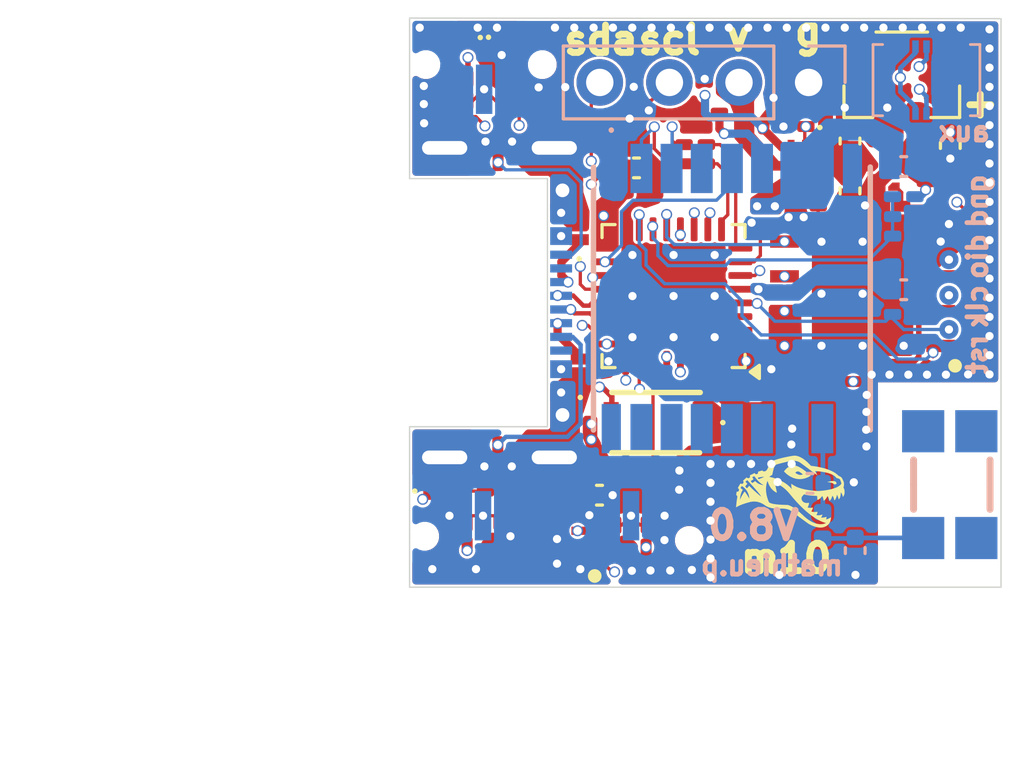
<source format=kicad_pcb>
(kicad_pcb (version 20241229) (generator "pcbnew") (generator_version "9.0")
  (layers (0 "F.Cu" signal) (4 "In1.Cu" signal) (6 "In2.Cu" signal) (8 "In3.Cu" signal) (10 "In4.Cu" signal) (2 "B.Cu" signal) (13 "F.Paste" user) (15 "B.Paste" user) (5 "F.SilkS" user "F.Silkscreen") (7 "B.SilkS" user "B.Silkscreen") (1 "F.Mask" user) (3 "B.Mask" user) (25 "Edge.Cuts" user))
  (net 0 "")
  (net 1 "+3.3V")
  (net 2 "vusb")
  (net 3 "/B2")
  (net 4 "/B1")
  (net 5 "/AUX_EN")
  (net 6 "3.3V_AUX")
  (net 7 "Net-(J1-CC1)")
  (net 8 "/USB_DETECT")
  (net 9 "Net-(J1-CC2)")
  (net 10 "Net-(U1-PB5)")
  (net 11 "/B_PW")
  (net 12 "Net-(U1-PB6)")
  (net 13 "BAT+")
  (net 14 "Net-(IC4-V_BCKP)")
  (net 15 "3.3V_GPS")
  (net 16 "/NRST")
  (net 17 "/D+")
  (net 20 "/D-")
  (net 26 "Net-(IC4-RXD)")
  (net 27 "Net-(IC4-TXD)")
  (net 28 "/Peripherial/GPS_TP")
  (net 29 "Net-(IC5-PROG)")
  (net 31 "/OLED_SCL")
  (net 32 "/OLED_SDA")
  (net 34 "Net-(LEDBLUE1-A)")
  (net 35 "Net-(LEDGREEN1-A)")
  (net 36 "/GPS_TX")
  (net 37 "/GPS_RX")
  (net 38 "/SPI_CS")
  (net 39 "/SWCLK")
  (net 40 "/SWDIO")
  (net 41 "/SPI_MISO")
  (net 42 "/SPI_CLK")
  (net 43 "/SPI_MOSI")
  (net 44 "/GPS_EN")
  (net 46 "Net-(U2-EN)")
  (net 47 "GND")
  (net 49 "Net-(U1-PH3)")
  (net 50 "Net-(IC5-~{CHRG})")
  (net 51 "Net-(LEDRED1-A)")
  (net 53 "/GPS_EXTINT")
  (net 54 "/ADC_BAT")
  (net 58 "Net-(IC4-RF_IN)")
  (net 59 "Net-(C3-Pad1)")
  (footprint "samacsys2:PESD5V0S1ULQYL" (layer "F.Cu") (at 117.86 95.02 90)
    (property "Reference" "D1" (hide yes))
    (property "Value" "PESD5V0S1UL-QYL" (hide yes))
  )
  (footprint "Capacitor_SMD:C_0201_0603Metric_Pad0.64x0.40mm_HandSolder" (layer "F.Cu") (at 121.1075 103.8)
    (property "Reference" "C14" (hide yes))
    (property "Value" "100n" (hide yes))
  )
  (footprint "samacsys2:SON127P600X500X80-9N-D" (layer "F.Cu") (at 128.2 97.345 180)
    (property "Reference" "IC6" (hide yes))
    (property "Value" "W25Q128JVPIQ" (hide yes))
  )
  (footprint "LED_SMD:LED_0402_1005Metric" (layer "F.Cu") (at 115.64 87.98)
    (property "Reference" "LEDGREEN1" (hide yes))
    (property "Value" "150040GS73240" (hide yes))
  )
  (footprint "Resistor_SMD:R_0201_0603Metric_Pad0.64x0.40mm_HandSolder" (layer "F.Cu") (at 114.9 92.14 90)
    (property "Reference" "R23" (hide yes))
    (property "Value" "5.1k" (hide yes))
  )
  (footprint "Resistor_SMD:R_0201_0603Metric_Pad0.64x0.40mm_HandSolder" (layer "F.Cu") (at 113.8 89.9 90)
    (property "Reference" "R9" (hide yes))
    (property "Value" "10k" (hide yes))
  )
  (footprint "Resistor_SMD:R_0201_0603Metric_Pad0.64x0.40mm_HandSolder" (layer "F.Cu") (at 123.77 101.75)
    (property "Reference" "R6" (hide yes))
    (property "Value" "10k" (hide yes))
  )
  (footprint "Capacitor_SMD:C_0402_1005Metric" (layer "F.Cu") (at 118.6 104.7)
    (property "Reference" "C29" (hide yes))
    (property "Value" "1u" (hide yes))
  )
  (footprint "Resistor_SMD:R_0201_0603Metric_Pad0.64x0.40mm_HandSolder" (layer "F.Cu") (at 122.0925 92.6)
    (property "Reference" "R11" (hide yes))
    (property "Value" "510R" (hide yes))
  )
  (footprint "Capacitor_SMD:C_0201_0603Metric_Pad0.64x0.40mm_HandSolder" (layer "F.Cu") (at 122.5675 90.75 180)
    (property "Reference" "C25" (hide yes))
    (property "Value" "100n" (hide yes))
  )
  (footprint "Resistor_SMD:R_0201_0603Metric_Pad0.64x0.40mm_HandSolder" (layer "F.Cu") (at 114.85 104.55)
    (property "Reference" "R4" (hide yes))
    (property "Value" "510R" (hide yes))
  )
  (footprint "Resistor_SMD:R_0201_0603Metric_Pad0.64x0.40mm_HandSolder" (layer "F.Cu") (at 119.3 103.8 180)
    (property "Reference" "R3" (hide yes))
    (property "Value" "470k" (hide yes))
  )
  (footprint "Resistor_SMD:R_0201_0603Metric_Pad0.64x0.40mm_HandSolder" (layer "F.Cu") (at 113.77 106.13 -90)
    (property "Reference" "R7" (hide yes))
    (property "Value" "10k" (hide yes))
  )
  (footprint "samacsys2:SON50P200X200X80-7N-D" (layer "F.Cu") (at 117.05 106.5 180)
    (property "Reference" "IC5" (hide yes))
    (property "Value" "LTC4065EDC#TRMPBF" (hide yes))
  )
  (footprint "samacsys:KXT341LHS" (layer "F.Cu") (at 120.65 102.05 180)
    (property "Reference" "SW4" (hide yes))
    (property "Value" "boot" (hide yes))
  )
  (footprint "Resistor_SMD:R_0201_0603Metric_Pad0.64x0.40mm_HandSolder" (layer "F.Cu") (at 122.0925 91.9)
    (property "Reference" "R12" (hide yes))
    (property "Value" "510R" (hide yes))
  )
  (footprint "Capacitor_SMD:C_0402_1005Metric" (layer "F.Cu") (at 131.4 91.93 -90)
    (property "Reference" "C4" (hide yes))
    (property "Value" "1u" (hide yes))
  )
  (footprint "Resistor_SMD:R_0201_0603Metric_Pad0.64x0.40mm_HandSolder" (layer "F.Cu") (at 127.45 100.55 180)
    (property "Reference" "R13" (hide yes))
    (property "Value" "10k" (hide yes))
  )
  (footprint "Capacitor_SMD:C_0201_0603Metric_Pad0.64x0.40mm_HandSolder" (layer "F.Cu") (at 119.9 93.6 180)
    (property "Reference" "C10" (hide yes))
    (property "Value" "100n" (hide yes))
  )
  (footprint "Capacitor_SMD:C_0201_0603Metric_Pad0.64x0.40mm_HandSolder" (layer "F.Cu") (at 119.2 106.2 -90)
    (property "Reference" "C6" (hide yes))
    (property "Value" "100n" (hide yes))
  )
  (footprint "Resistor_SMD:R_0201_0603Metric_Pad0.64x0.40mm_HandSolder" (layer "F.Cu") (at 121.1 104.5 180)
    (property "Reference" "R19" (hide yes))
    (property "Value" "470k" (hide yes))
  )
  (footprint "samacsys2:TPS22960RSER" (layer "F.Cu") (at 126.09 92.675 -90)
    (property "Reference" "IC1" (hide yes))
    (property "Value" "TPS22960RSER" (hide yes))
  )
  (footprint "Resistor_SMD:R_0201_0603Metric_Pad0.64x0.40mm_HandSolder" (layer "F.Cu") (at 130.9 93.25 180)
    (property "Reference" "R18" (hide yes))
    (property "Value" "10k" (hide yes))
  )
  (footprint "Capacitor_SMD:C_0201_0603Metric_Pad0.64x0.40mm_HandSolder" (layer "F.Cu") (at 115 89.9 90)
    (property "Reference" "C20" (hide yes))
    (property "Value" "100n" (hide yes))
  )
  (footprint "LED_SMD:LED_0402_1005Metric" (layer "F.Cu") (at 113.16 87.99 180)
    (property "Reference" "LEDBLUE1" (hide yes))
    (property "Value" "150040BS73240" (hide yes))
  )
  (footprint "LED_SMD:LED_0402_1005Metric" (layer "F.Cu") (at 112.95 104.55)
    (property "Reference" "LEDRED1" (hide yes))
    (property "Value" "150040RS73240" (hide yes))
  )
  (footprint "Resistor_SMD:R_0201_0603Metric_Pad0.64x0.40mm_HandSolder" (layer "F.Cu") (at 126.17 94.14)
    (property "Reference" "R20" (hide yes))
    (property "Value" "100k" (hide yes))
  )
  (footprint "Capacitor_SMD:C_0201_0603Metric_Pad0.64x0.40mm_HandSolder" (layer "F.Cu") (at 114.93 106.08 -90)
    (property "Reference" "C7" (hide yes))
    (property "Value" "100n" (hide yes))
  )
  (footprint "Resistor_SMD:R_0201_0603Metric_Pad0.64x0.40mm_HandSolder" (layer "F.Cu") (at 115.75 89.9 90)
    (property "Reference" "R1" (hide yes))
    (property "Value" "510R" (hide yes))
  )
  (footprint "Capacitor_SMD:C_0402_1005Metric" (layer "F.Cu") (at 127.74 91.77 90)
    (property "Reference" "C1" (hide yes))
    (property "Value" "1u" (hide yes))
  )
  (footprint "Package_DFN_QFN:QFN-32-1EP_5x5mm_P0.5mm_EP3.45x3.45mm" (layer "F.Cu") (at 121.3025 97.43 180)
    (property "Reference" "U1" (hide yes))
    (property "Value" "STM32L432KCUx" (hide yes))
  )
  (footprint "Resistor_SMD:R_0201_0603Metric_Pad0.64x0.40mm_HandSolder" (layer "F.Cu") (at 114.89 103.27 -90)
    (property "Reference" "R22" (hide yes))
    (property "Value" "5.1k" (hide yes))
  )
  (footprint "Capacitor_SMD:C_0402_1005Metric" (layer "F.Cu") (at 119.95 92.75 180)
    (property "Reference" "C19" (hide yes))
    (property "Value" "4.7u" (hide yes))
  )
  (footprint "samacsys2:PESD5V0S1ULQYL" (layer "F.Cu") (at 117.9 100.08 90)
    (property "Reference" "D2" (hide yes))
    (property "Value" "PESD5V0S1UL-QYL" (hide yes))
  )
  (footprint "samacsys:ldln025pu" (layer "F.Cu") (at 128.95 93.08)
    (property "Reference" "U2" (hide yes))
    (property "Value" "ldln025pu" (hide yes))
  )
  (footprint "stormtrooper:rex" (layer "F.Cu") (at 125.55 104.55)
    (property "Reference" "G***" (hide yes))
    (property "Value" "LOGO" (hide yes))
  )
  (footprint "Resistor_SMD:R_0201_0603Metric_Pad0.64x0.40mm_HandSolder" (layer "F.Cu") (at 120.3 106.1925 -90)
    (property "Reference" "R8" (hide yes))
    (property "Value" "10k" (hide yes))
  )
  (footprint "Resistor_SMD:R_0201_0603Metric_Pad0.64x0.40mm_HandSolder" (layer "F.Cu") (at 114.5 107.4 180)
    (property "Reference" "R17" (hide yes))
    (property "Value" "20k" (hide yes))
  )
  (footprint "Capacitor_SMD:C_0402_1005Metric" (layer "F.Cu") (at 127.74 93.59 -90)
    (property "Reference" "C5" (hide yes))
    (property "Value" "1u" (hide yes))
  )
  (footprint "Capacitor_SMD:C_0201_0603Metric_Pad0.64x0.40mm_HandSolder" (layer "F.Cu") (at 125.68 100.57 180)
    (property "Reference" "C11" (hide yes))
    (property "Value" "100n" (hide yes))
  )
  (footprint "Resistor_SMD:R_0201_0603Metric_Pad0.64x0.40mm_HandSolder" (layer "F.Cu") (at 113.05 89.9 90)
    (property "Reference" "R2" (hide yes))
    (property "Value" "510R" (hide yes))
  )
  (footprint "Resistor_SMD:R_0201_0603Metric_Pad0.64x0.40mm_HandSolder" (layer "F.Cu") (at 125.72 91.24)
    (property "Reference" "R21" (hide yes))
    (property "Value" "100k" (hide yes))
  )
  (footprint "Connector_JST:JST_SH_BM02B-SRSS-TB_1x02-1MP_P1.00mm_Vertical" (layer "F.Cu") (at 129.63 89.8)
    (property "Reference" "U5" (hide yes))
    (property "Value" "~" (hide yes))
  )
  (footprint "Capacitor_SMD:C_0201_0603Metric_Pad0.64x0.40mm_HandSolder" (layer "F.Cu") (at 123.7775 100.96)
    (property "Reference" "C13" (hide yes))
    (property "Value" "100n" (hide yes))
  )
  (footprint "Capacitor_SMD:C_0201_0603Metric_Pad0.64x0.40mm_HandSolder" (layer "F.Cu") (at 123.76 102.46)
    (property "Reference" "C18" (hide yes))
    (property "Value" "100n" (hide yes))
  )
  (footprint "Resistor_SMD:R_0201_0603Metric_Pad0.64x0.40mm_HandSolder" (layer "F.Cu") (at 129.2175 94.15)
    (property "Reference" "R5" (hide yes))
    (property "Value" "10k" (hide yes))
  )
  (footprint "samacsys2:PTS845VM20PSMTR4LFS" (layer "B.Cu") (at 114.39 89.055)
    (property "Reference" "S3" (hide yes))
    (property "Value" "PTS845VM20PSMTR4_LFS" (hide yes))
  )
  (footprint "Capacitor_SMD:C_0201_0603Metric_Pad0.64x0.40mm_HandSolder" (layer "B.Cu") (at 129.7 96.3 180)
    (property "Reference" "C15" (hide yes))
    (property "Value" "10n" (hide yes))
  )
  (footprint "Capacitor_SMD:C_0201_0603Metric_Pad0.64x0.40mm_HandSolder" (layer "B.Cu") (at 129.7 98.1 180)
    (property "Reference" "C27" (hide yes))
    (property "Value" "100n" (hide yes))
  )
  (footprint "samacsys:PTS845VM20PSMTR4LFS" (layer "B.Cu") (at 114.35 106.275 180)
    (property "Reference" "S1" (hide yes))
    (property "Value" "PTS845VM20PSMTR4_LFS" (hide yes))
  )
  (footprint "samacsys:pad_0.7mm" (layer "B.Cu") (at 131.35 98.65 180)
    (property "Reference" "TP5" (hide yes))
    (property "Value" "NRST" (hide yes))
  )
  (footprint "Resistor_SMD:R_0201_0603Metric_Pad0.64x0.40mm_HandSolder" (layer "B.Cu") (at 129.705 94.53 180)
    (property "Reference" "R16" (hide yes))
    (property "Value" "470k" (hide yes))
  )
  (footprint "Inductor_SMD:L_0402_1005Metric" (layer "B.Cu") (at 126.74 105.8 90)
    (property "Reference" "L1" (hide yes))
    (property "Value" "TBD" (hide yes))
  )
  (footprint "Resistor_SMD:R_0201_0603Metric_Pad0.64x0.40mm_HandSolder" (layer "B.Cu") (at 129.7 93.8 180)
    (property "Reference" "R10" (hide yes))
    (property "Value" "470k" (hide yes))
  )
  (footprint "Capacitor_SMD:C_0402_1005Metric" (layer "B.Cu") (at 129.7 97.2 180)
    (property "Reference" "C16" (hide yes))
    (property "Value" "1u" (hide yes))
  )
  (footprint "Capacitor_SMD:C_0402_1005Metric" (layer "B.Cu") (at 127.93 106.72 -90)
    (property "Reference" "C3" (hide yes))
    (property "Value" "TBD" (hide yes))
  )
  (footprint "samacsys2:146235-0001" (layer "B.Cu") (at 131.38 104.315 90)
    (property "Reference" "U3" (hide yes))
    (property "Value" "146235-0001" (hide yes))
  )
  (footprint "samacsys:PTS845VM20PSMTR4LFS" (layer "B.Cu") (at 119.75 106.275 180)
    (property "Reference" "S2" (hide yes))
    (property "Value" "PTS845VM20PSMTR4_LFS" (hide yes))
  )
  (footprint "samacsys2:USB472003A" (layer "B.Cu") (at 112.95 97.67 90)
    (property "Reference" "J1" (hide yes))
    (property "Value" "USB4720-03-A" (hide yes))
    (fp_line (start 6.33 -1.28) (end 4.53 -1.28) (stroke (width 0.05)) (layer "Edge.Cuts"))
    (fp_line (start 4.53 -1.28) (end 4.53 3.75) (stroke (width 0.05)) (layer "Edge.Cuts"))
    (fp_line (start -4.53 -1.28) (end -5.985545 -1.28) (stroke (width 0.05)) (layer "Edge.Cuts"))
    (fp_line (start 4.53 3.75) (end -4.53 3.75) (stroke (width 0.05)) (layer "Edge.Cuts"))
    (fp_line (start -4.53 3.75) (end -4.53 -1.28) (stroke (width 0.05)) (layer "Edge.Cuts"))
  )
  (footprint "Capacitor_SMD:C_0402_1005Metric" (layer "B.Cu") (at 126.28 104.27 180)
    (property "Reference" "C2" (hide yes))
    (property "Value" "TBD" (hide yes))
  )
  (footprint "Capacitor_SMD:C_0201_0603Metric_Pad0.64x0.40mm_HandSolder" (layer "B.Cu") (at 129.7 91.8)
    (property "Reference" "C26" (hide yes))
    (property "Value" "100n" (hide yes))
  )
  (footprint "samacsys:pad_0.7mm" (layer "B.Cu") (at 131.35 97.4 180)
    (property "Reference" "TP3" (hide yes))
    (property "Value" "SWCLK" (hide yes))
  )
  (footprint "samacsys2:5035480622" (layer "B.Cu") (at 130.53 89.545)
    (property "Reference" "J2" (hide yes))
    (property "Value" "503548-0622" (hide yes))
  )
  (footprint "Connector_PinSocket_2.54mm:PinSocket_1x04_P2.54mm_Vertical" (layer "B.Cu") (at 126.23 89.63 90)
    (property "Reference" "J3" (hide yes))
    (property "Value" "OLED" (hide yes))
  )
  (footprint "samacsys:MAXM10S00B" (layer "B.Cu") (at 123.43 97.52 90)
    (property "Reference" "IC4" (hide yes))
    (property "Value" "MAX-M10S-00B" (hide yes))
  )
  (footprint "samacsys:pad_0.7mm" (layer "B.Cu") (at 131.35 96.1 180)
    (property "Reference" "TP4" (hide yes))
    (property "Value" "SWDIO" (hide yes))
  )
  (footprint "samacsys:pad_0.7mm" (layer "B.Cu") (at 131.35 94.8 180)
    (property "Reference" "TP6" (hide yes))
    (property "Value" "GND" (hide yes))
  )
  (footprint "Capacitor_SMD:C_0201_0603Metric_Pad0.64x0.40mm_HandSolder" (layer "B.Cu") (at 129.705 95.24)
    (property "Reference" "C8" (hide yes))
    (property "Value" "100n" (hide yes))
  )
  (footprint "Capacitor_SMD:C_0402_1005Metric" (layer "B.Cu") (at 129.7 92.7)
    (property "Reference" "C28" (hide yes))
    (property "Value" "4.7u" (hide yes))
  )
  (gr_line (start 111.67 87.28) (end 133.25 87.3) (stroke (width 0.05)) (layer "Edge.Cuts"))
  (gr_line (start 111.67 108.06) (end 111.67 103.655545) (stroke (width 0.05)) (layer "Edge.Cuts"))
  (gr_line (start 133.25 108.06) (end 111.67 108.06) (stroke (width 0.05)) (layer "Edge.Cuts"))
  (gr_line (start 133.25 87.3) (end 133.25 108.06) (stroke (width 0.05)) (layer "Edge.Cuts"))
  (gr_line (start 111.67 91.34) (end 111.67 87.28) (stroke (width 0.05)) (layer "Edge.Cuts"))
  (gr_text "m10" (at 123.63 107.59 0) (layer "F.SilkS") (effects (font (size 1 1) (thickness 0.25) (bold yes)) (justify left bottom)))
  (gr_text "g" (at 125.6 88.37 0) (layer "F.SilkS") (effects (font (size 1 1) (thickness 0.25) (bold yes)) (justify left bottom)))
  (gr_text "+" (at 131.71 90.96 0) (layer "F.SilkS") (effects (font (size 1 1) (thickness 0.25) (bold yes)) (justify left bottom)))
  (gr_text "v" (at 123.12 88.52 0) (layer "F.SilkS") (effects (font (size 1 1) (thickness 0.25) (bold yes)) (justify left bottom)))
  (gr_text "sda" (at 117.18 88.67 0) (layer "F.SilkS") (effects (font (size 1 1) (thickness 0.25) (bold yes)) (justify left bottom)))
  (gr_text "scl" (at 119.89 88.66 0) (layer "F.SilkS") (effects (font (size 1 1) (thickness 0.25) (bold yes)) (justify left bottom)))
  (gr_text "mathieu.p" (at 127.57 107.68 0) (layer "B.SilkS") (effects (font (size 0.7 0.7) (thickness 0.175) (bold yes)) (justify left bottom mirror)))
  (gr_text "gnd\n" (at 132.8 92.9 90) (layer "B.SilkS") (effects (font (size 0.7 0.7) (thickness 0.175) (bold yes)) (justify left bottom mirror)))
  (gr_text "rst" (at 132.8 98.75 90) (layer "B.SilkS") (effects (font (size 0.7 0.7) (thickness 0.175) (bold yes)) (justify left bottom mirror)))
  (gr_text "V8.0" (at 126 106.39 0) (layer "B.SilkS") (effects (font (size 1 1) (thickness 0.25) (bold yes)) (justify left bottom mirror)))
  (gr_text "aux\n" (at 132.94 91.83 0) (layer "B.SilkS") (effects (font (size 0.7 0.7) (thickness 0.175) (bold yes)) (justify left bottom mirror)))
  (gr_text "dio\n" (at 132.8 95.07 90) (layer "B.SilkS") (effects (font (size 0.7 0.7) (thickness 0.175) (bold yes)) (justify left bottom mirror)))
  (gr_text "clk" (at 132.8 96.94 90) (layer "B.SilkS") (effects (font (size 0.7 0.7) (thickness 0.175) (bold yes)) (justify left bottom mirror)))
  (segment (start 119.05 101.1) (end 119.05 102.025) (width 0.2) (layer "F.Cu") (net 1))
  (segment (start 125.25 92) (end 125.59 92) (width 0.3) (layer "F.Cu") (net 1))
  (segment (start 124.55 91.3) (end 125.25 92) (width 0.3) (layer "F.Cu") (net 1))
  (segment (start 124.4 97.18) (end 123.74 97.18) (width 0.2) (layer "F.Cu") (net 1))
  (segment (start 118.7 100.75) (end 119.05 101.1) (width 0.2) (layer "F.Cu") (net 1))
  (segment (start 119.05 102.025) (end 119.025 102.05) (width 0.2) (layer "F.Cu") (net 1))
  (segment (start 118.6 100.75) (end 118.7 100.75) (width 0.2) (layer "F.Cu") (net 1))
  (segment (start 113.8 89.4925) (end 113.8 88.72) (width 0.2) (layer "F.Cu") (net 1))
  (via (at 124.4 97.18) (size 0.4) (drill 0.3) (layers "F.Cu" "B.Cu") (net 1))
  (via (at 113.77 106.72) (size 0.4) (drill 0.3) (layers "F.Cu" "B.Cu") (net 1))
  (via (at 124.55 91.3) (size 0.4) (drill 0.3) (layers "F.Cu" "B.Cu") (net 1))
  (via (at 118.6 100.75) (size 0.4) (drill 0.3) (layers "F.Cu" "B.Cu") (net 1))
  (via (at 122.45 90.1) (size 0.4) (drill 0.3) (layers "F.Cu" "B.Cu") (net 1))
  (via (at 118.75 94.5) (size 0.4) (drill 0.3) (layers "F.Cu" "B.Cu") (net 1))
  (via (at 123.95 99.8) (size 0.4) (drill 0.3) (layers "F.Cu" "B.Cu") (net 1))
  (via (at 120.3 106.6) (size 0.4) (drill 0.3) (layers "F.Cu" "B.Cu") (net 1))
  (via (at 113.8 88.72) (size 0.4) (drill 0.3) (layers "F.Cu" "B.Cu") (net 1))
  (segment (start 122.45 90.75) (end 122.6 90.9) (width 0.3) (layer "B.Cu") (net 1))
  (segment (start 124.15 90.9) (end 124.55 91.3) (width 0.3) (layer "B.Cu") (net 1))
  (segment (start 122.45 90.1) (end 122.45 90.75) (width 0.3) (layer "B.Cu") (net 1))
  (segment (start 122.6 90.9) (end 124.15 90.9) (width 0.3) (layer "B.Cu") (net 1))
  (via (at 118.3 102.1) (size 0.4) (drill 0.3) (layers "F.Cu" "B.Cu") (net 2))
  (via (at 118.3 102.67) (size 0.4) (drill 0.3) (layers "F.Cu" "B.Cu") (net 2))
  (via (at 117.2 100.1) (size 0.4) (drill 0.3) (layers "F.Cu" "B.Cu") (net 2))
  (via (at 117.2 95.24) (size 0.4) (drill 0.3) (layers "F.Cu" "B.Cu") (net 2))
  (segment (start 119.75 105.46) (end 120.075 105.785) (width 0.12) (layer "F.Cu") (net 3))
  (segment (start 119.4075 105.7925) (end 119.2 105.7925) (width 0.12) (layer "F.Cu") (net 3))
  (segment (start 119.75 105.45) (end 119.75 105.46) (width 0.12) (layer "F.Cu") (net 3))
  (segment (start 120.06 100.83) (end 120.05 100.84) (width 0.12) (layer "F.Cu") (net 3))
  (segment (start 120.075 105.785) (end 120.3 105.785) (width 0.12) (layer "F.Cu") (net 3))
  (segment (start 119.75 105.45) (end 119.4075 105.7925) (width 0.12) (layer "F.Cu") (net 3))
  (segment (start 120.05 100.84) (end 120.05 99.87) (width 0.12) (layer "F.Cu") (net 3))
  (segment (start 120.05 99.87) (end 120.0525 99.8675) (width 0.12) (layer "F.Cu") (net 3))
  (via (at 119.75 105.45) (size 0.4) (drill 0.3) (layers "F.Cu" "B.Cu") (net 3))
  (via (at 120.06 100.83) (size 0.4) (drill 0.3) (layers "F.Cu" "B.Cu") (net 3))
  (segment (start 119.56 100.415) (end 119.5525 100.4075) (width 0.12) (layer "F.Cu") (net 4))
  (segment (start 113.835 105.45) (end 114.35 105.45) (width 0.12) (layer "F.Cu") (net 4))
  (segment (start 113.73 105.555) (end 113.835 105.45) (width 0.12) (layer "F.Cu") (net 4))
  (segment (start 119.5525 100.4075) (end 119.5525 99.8675) (width 0.12) (layer "F.Cu") (net 4))
  (segment (start 114.93 105.6725) (end 114.93 105.49) (width 0.12) (layer "F.Cu") (net 4))
  (segment (start 113.73 105.6825) (end 113.73 105.555) (width 0.12) (layer "F.Cu") (net 4))
  (segment (start 114.89 105.45) (end 114.35 105.45) (width 0.12) (layer "F.Cu") (net 4))
  (segment (start 113.77 105.7225) (end 113.73 105.6825) (width 0.12) (layer "F.Cu") (net 4))
  (segment (start 119.56 100.5) (end 119.56 100.415) (width 0.12) (layer "F.Cu") (net 4))
  (segment (start 114.93 105.49) (end 114.89 105.45) (width 0.12) (layer "F.Cu") (net 4))
  (via (at 119.56 100.5) (size 0.4) (drill 0.3) (layers "F.Cu" "B.Cu") (net 4))
  (via (at 114.35 105.45) (size 0.4) (drill 0.3) (layers "F.Cu" "B.Cu") (net 4))
  (segment (start 126.09 92) (end 126.09 91.2775) (width 0.12) (layer "F.Cu") (net 5))
  (segment (start 122.5525 94.4675) (end 122.63 94.39) (width 0.12) (layer "F.Cu") (net 5))
  (segment (start 122.5525 94.9925) (end 122.5525 94.4675) (width 0.12) (layer "F.Cu") (net 5))
  (segment (start 126.09 91.2775) (end 126.1275 91.24) (width 0.12) (layer "F.Cu") (net 5))
  (via (at 122.63 94.39) (size 0.4) (drill 0.3) (layers "F.Cu" "B.Cu") (net 5))
  (via (at 126.1275 91.24) (size 0.4) (drill 0.3) (layers "F.Cu" "B.Cu") (net 5))
  (segment (start 130.25 97) (end 130.25 99.65) (width 0.2) (layer "F.Cu") (net 6))
  (segment (start 127.43 99.82) (end 127.0425 100.2075) (width 0.2) (layer "F.Cu") (net 6))
  (segment (start 130.08 99.82) (end 127.43 99.82) (width 0.2) (layer "F.Cu") (net 6))
  (segment (start 130.25 99.65) (end 130.08 99.82) (width 0.2) (layer "F.Cu") (net 6))
  (segment (start 131.05 96.71) (end 130.54 96.71) (width 0.2) (layer "F.Cu") (net 6))
  (segment (start 127.0425 100.2075) (end 127.0425 100.55) (width 0.2) (layer "F.Cu") (net 6))
  (segment (start 130.54 96.71) (end 130.25 97) (width 0.2) (layer "F.Cu") (net 6))
  (via (at 125.35 97.98) (size 0.4) (drill 0.3) (layers "F.Cu" "B.Cu") (net 6))
  (via (at 125.35 99.25) (size 0.4) (drill 0.3) (layers "F.Cu" "B.Cu") (net 6))
  (via (at 129.58 89.45) (size 0.4) (drill 0.3) (layers "F.Cu" "B.Cu") (net 6))
  (segment (start 130.13 90.52) (end 130.13 90.77) (width 0.1693) (layer "B.Cu") (net 6))
  (segment (start 129.58 89.1) (end 129.58 89.45) (width 0.1693) (layer "B.Cu") (net 6))
  (segment (start 130.13 88.55) (end 129.58 89.1) (width 0.1693) (layer "B.Cu") (net 6))
  (segment (start 129.58 89.97) (end 130.13 90.52) (width 0.1693) (layer "B.Cu") (net 6))
  (segment (start 129.58 89.45) (end 129.58 89.97) (width 0.1693) (layer "B.Cu") (net 6))
  (segment (start 130.13 88.32) (end 130.13 88.55) (width 0.1693) (layer "B.Cu") (net 6))
  (via (at 114.89 102.8625) (size 0.4) (drill 0.3) (layers "F.Cu" "B.Cu") (net 7))
  (segment (start 117.2 98.92) (end 117.21 98.93) (width 0.16) (layer "B.Cu") (net 7))
  (segment (start 117.62 98.92) (end 117.91 99.21) (width 0.16) (layer "B.Cu") (net 7))
  (segment (start 117.91 102.09) (end 117.43 102.57) (width 0.16) (layer "B.Cu") (net 7))
  (segment (start 117.91 99.21) (end 117.91 102.09) (width 0.16) (layer "B.Cu") (net 7))
  (segment (start 117.21 98.93) (end 117.53 98.93) (width 0.16) (layer "B.Cu") (net 7))
  (segment (start 117.2 98.92) (end 117.62 98.92) (width 0.16) (layer "B.Cu") (net 7))
  (segment (start 117.43 102.57) (end 115.1825 102.57) (width 0.16) (layer "B.Cu") (net 7))
  (segment (start 115.1825 102.57) (end 114.89 102.8625) (width 0.16) (layer "B.Cu") (net 7))
  (segment (start 120.5525 103.6525) (end 120.7 103.8) (width 0.12) (layer "F.Cu") (net 8))
  (segment (start 120.7 104.4925) (end 120.6925 104.5) (width 0.12) (layer "F.Cu") (net 8))
  (segment (start 120.5525 99.8675) (end 120.5525 103.6525) (width 0.12) (layer "F.Cu") (net 8))
  (segment (start 120.7 103.8) (end 119.7075 103.8) (width 0.12) (layer "F.Cu") (net 8))
  (segment (start 120.7 103.8) (end 120.7 104.4925) (width 0.12) (layer "F.Cu") (net 8))
  (via (at 114.9 92.5475) (size 0.4) (drill 0.3) (layers "F.Cu" "B.Cu") (net 9))
  (segment (start 117.6 95.92) (end 117.93 95.59) (width 0.12) (layer "B.Cu") (net 9))
  (segment (start 117.93 93.28) (end 117.47 92.82) (width 0.12) (layer "B.Cu") (net 9))
  (segment (start 117.47 92.82) (end 115.1725 92.82) (width 0.12) (layer "B.Cu") (net 9))
  (segment (start 115.1725 92.82) (end 114.9 92.5475) (width 0.12) (layer "B.Cu") (net 9))
  (segment (start 117.2 95.92) (end 117.6 95.92) (width 0.12) (layer "B.Cu") (net 9))
  (segment (start 117.93 95.59) (end 117.93 93.28) (width 0.12) (layer "B.Cu") (net 9))
  (segment (start 115.67 91.2) (end 115.67 90.3875) (width 0.12) (layer "F.Cu") (net 10))
  (segment (start 115.67 90.3875) (end 115.75 90.3075) (width 0.12) (layer "F.Cu") (net 10))
  (via (at 121.05 99.65) (size 0.4) (drill 0.3) (layers "F.Cu" "B.Cu") (net 10))
  (via (at 115.67 91.2) (size 0.4) (drill 0.3) (layers "F.Cu" "B.Cu") (net 10))
  (segment (start 113.8 90.3075) (end 113.9625 90.3075) (width 0.12) (layer "F.Cu") (net 11))
  (segment (start 114.8175 90.3075) (end 114.39 89.88) (width 0.12) (layer "F.Cu") (net 11))
  (segment (start 124.27 96.68) (end 123.74 96.68) (width 0.12) (layer "F.Cu") (net 11))
  (segment (start 124.45 96.5) (end 124.27 96.68) (width 0.12) (layer "F.Cu") (net 11))
  (segment (start 113.9625 90.3075) (end 114.39 89.88) (width 0.12) (layer "F.Cu") (net 11))
  (segment (start 115 90.3075) (end 114.8175 90.3075) (width 0.12) (layer "F.Cu") (net 11))
  (via (at 124.45 96.5) (size 0.4) (drill 0.3) (layers "F.Cu" "B.Cu") (net 11))
  (via (at 114.39 89.88) (size 0.4) (drill 0.3) (layers "F.Cu" "B.Cu") (net 11))
  (segment (start 124.55 96.5) (end 124.45 96.5) (width 0.12) (layer "B.Cu") (net 11))
  (segment (start 113.48 90.88) (end 113 90.4) (width 0.12) (layer "F.Cu") (net 12))
  (segment (start 113 90.4) (end 113 90.3575) (width 0.12) (layer "F.Cu") (net 12))
  (segment (start 114.42 91.21) (end 114.09 90.88) (width 0.12) (layer "F.Cu") (net 12))
  (segment (start 114.42 91.22) (end 114.42 91.21) (width 0.12) (layer "F.Cu") (net 12))
  (segment (start 114.09 90.88) (end 113.48 90.88) (width 0.12) (layer "F.Cu") (net 12))
  (segment (start 113 90.3575) (end 113.05 90.3075) (width 0.12) (layer "F.Cu") (net 12))
  (via (at 121.55 100.2) (size 0.4) (drill 0.3) (layers "F.Cu" "B.Cu") (net 12))
  (via (at 114.42 91.22) (size 0.4) (drill 0.3) (layers "F.Cu" "B.Cu") (net 12))
  (segment (start 130.5 93.2575) (end 130.4925 93.25) (width 0.2) (layer "F.Cu") (net 13))
  (segment (start 130.5 93.55) (end 130.5 93.2575) (width 0.2) (layer "F.Cu") (net 13))
  (segment (start 131.4 91.45) (end 131.065 91.115) (width 0.4) (layer "F.Cu") (net 13))
  (segment (start 130.14 91.115) (end 130.13 91.125) (width 0.4) (layer "F.Cu") (net 13))
  (segment (start 131.065 91.115) (end 130.14 91.115) (width 0.4) (layer "F.Cu") (net 13))
  (via (at 117.8 106) (size 0.4) (drill 0.3) (layers "F.Cu" "B.Cu") (net 13))
  (via (at 131.4 91.45) (size 0.4) (drill 0.3) (layers "F.Cu" "B.Cu") (net 13))
  (via (at 130.5 93.55) (size 0.4) (drill 0.3) (layers "F.Cu" "B.Cu") (net 13))
  (segment (start 130.5 93.65) (end 130.35 93.8) (width 0.2) (layer "B.Cu") (net 13))
  (segment (start 130.35 93.8) (end 130.1075 93.8) (width 0.2) (layer "B.Cu") (net 13))
  (segment (start 130.5 93.55) (end 130.5 93.65) (width 0.2) (layer "B.Cu") (net 13))
  (segment (start 123.15 91.5) (end 122.975 91.325) (width 0.3) (layer "F.Cu") (net 14))
  (segment (start 122.975 91.325) (end 122.975 90.75) (width 0.3) (layer "F.Cu") (net 14))
  (via (at 123.15 91.5) (size 0.4) (drill 0.3) (layers "F.Cu" "B.Cu") (net 14))
  (segment (start 123.15 91.5) (end 124 91.5) (width 0.3) (layer "B.Cu") (net 14))
  (segment (start 124.53 92.03) (end 124.53 92.77) (width 0.3) (layer "B.Cu") (net 14))
  (segment (start 124 91.5) (end 124.53 92.03) (width 0.3) (layer "B.Cu") (net 14))
  (segment (start 124.53 92.08) (end 124.53 92.77) (width 0.16) (layer "B.Cu") (net 14))
  (via (at 124.35 94.15) (size 0.4) (drill 0.3) (layers "F.Cu" "B.Cu") (net 15))
  (via (at 125 94.15) (size 0.4) (drill 0.3) (layers "F.Cu" "B.Cu") (net 15))
  (segment (start 124.35 97.7) (end 124.25 97.7) (width 0.12) (layer "F.Cu") (net 16))
  (segment (start 124.23 97.68) (end 123.74 97.68) (width 0.12) (layer "F.Cu") (net 16))
  (segment (start 124.25 97.7) (end 124.23 97.68) (width 0.12) (layer "F.Cu") (net 16))
  (via (at 131.35 98.65) (size 0.4) (drill 0.3) (layers "F.Cu" "B.Cu") (net 16))
  (via (at 124.35 97.7) (size 0.4) (drill 0.3) (layers "F.Cu" "B.Cu") (net 16))
  (segment (start 125 98.35) (end 129.0425 98.35) (width 0.12) (layer "B.Cu") (net 16))
  (segment (start 129.0425 98.35) (end 129.2925 98.1) (width 0.12) (layer "B.Cu") (net 16))
  (segment (start 129.2925 98.1) (end 129.2925 98.2425) (width 0.12) (layer "B.Cu") (net 16))
  (segment (start 129.2925 98.2425) (end 129.7 98.65) (width 0.12) (layer "B.Cu") (net 16))
  (segment (start 129.7 98.65) (end 131.35 98.65) (width 0.12) (layer "B.Cu") (net 16))
  (segment (start 124.35 97.7) (end 125 98.35) (width 0.12) (layer "B.Cu") (net 16))
  (segment (start 117.86 95.37) (end 117.89 95.4) (width 0.3) (layer "F.Cu") (net 17))
  (segment (start 117.89 95.4) (end 117.89 95.5) (width 0.3) (layer "F.Cu") (net 17))
  (segment (start 117.21 96.68) (end 117.45 96.92) (width 0.3) (layer "F.Cu") (net 17))
  (segment (start 117.89 95.5) (end 117.21 96.18) (width 0.3) (layer "F.Cu") (net 17))
  (segment (start 117.69 98.06) (end 118.26 98.06) (width 0.16) (layer "F.Cu") (net 17))
  (segment (start 118.37 98.17) (end 118.855 98.17) (width 0.16) (layer "F.Cu") (net 17))
  (segment (start 117.21 96.18) (end 117.21 96.68) (width 0.3) (layer "F.Cu") (net 17))
  (segment (start 118.26 98.06) (end 118.37 98.17) (width 0.16) (layer "F.Cu") (net 17))
  (segment (start 118.855 98.17) (end 118.865 98.18) (width 0.16) (layer "F.Cu") (net 17))
  (segment (start 117.55 97.92) (end 117.69 98.06) (width 0.16) (layer "F.Cu") (net 17))
  (via (at 117.45 96.92) (size 0.4) (drill 0.3) (layers "F.Cu" "B.Cu") (net 17))
  (via (at 117.55 97.92) (size 0.4) (drill 0.3) (layers "F.Cu" "B.Cu") (net 17))
  (segment (start 117.9 99.65) (end 117.07 98.82) (width 0.3) (layer "F.Cu") (net 20))
  (segment (start 117.9 99.73) (end 117.9 99.65) (width 0.3) (layer "F.Cu") (net 20))
  (segment (start 118.23 97.78) (end 118.01 97.78) (width 0.16) (layer "F.Cu") (net 20))
  (segment (start 118.01 97.78) (end 117.64 97.41) (width 0.16) (layer "F.Cu") (net 20))
  (segment (start 117.07 98.82) (end 117.07 98.43) (width 0.3) (layer "F.Cu") (net 20))
  (segment (start 118.865 97.68) (end 118.33 97.68) (width 0.16) (layer "F.Cu") (net 20))
  (segment (start 117.64 97.41) (end 117.07 97.41) (width 0.16) (layer "F.Cu") (net 20))
  (segment (start 118.33 97.68) (end 118.23 97.78) (width 0.16) (layer "F.Cu") (net 20))
  (via (at 117.07 97.41) (size 0.4) (drill 0.3) (layers "F.Cu" "B.Cu") (net 20))
  (via (at 117.07 98.43) (size 0.4) (drill 0.3) (layers "F.Cu" "B.Cu") (net 20))
  (segment (start 121.25 91.75) (end 121.4 91.9) (width 0.12) (layer "F.Cu") (net 26))
  (segment (start 121.4 91.9) (end 121.685 91.9) (width 0.12) (layer "F.Cu") (net 26))
  (segment (start 121.25 91.25) (end 121.25 91.75) (width 0.12) (layer "F.Cu") (net 26))
  (via (at 121.25 91.25) (size 0.4) (drill 0.3) (layers "F.Cu" "B.Cu") (net 26))
  (segment (start 121.25 92.75) (end 121.25 91.25) (width 0.12) (layer "B.Cu") (net 26))
  (segment (start 121.23 92.77) (end 121.25 92.75) (width 0.12) (layer "B.Cu") (net 26))
  (segment (start 120.6 92.05) (end 121.15 92.6) (width 0.12) (layer "F.Cu") (net 27))
  (segment (start 121.15 92.6) (end 121.685 92.6) (width 0.12) (layer "F.Cu") (net 27))
  (segment (start 120.6 91.25) (end 120.6 92.05) (width 0.12) (layer "F.Cu") (net 27))
  (via (at 120.6 91.25) (size 0.4) (drill 0.3) (layers "F.Cu" "B.Cu") (net 27))
  (segment (start 120.13 92.77) (end 120.13 91.72) (width 0.12) (layer "B.Cu") (net 27))
  (segment (start 120.13 91.72) (end 120.6 91.25) (width 0.12) (layer "B.Cu") (net 27))
  (segment (start 116.1 107) (end 115.71 107.39) (width 0.12) (layer "F.Cu") (net 29))
  (segment (start 114.9175 107.39) (end 114.9075 107.4) (width 0.12) (layer "F.Cu") (net 29))
  (segment (start 115.71 107.39) (end 114.9175 107.39) (width 0.12) (layer "F.Cu") (net 29))
  (segment (start 118.8 92.85) (end 118.8 91.15) (width 0.12) (layer "F.Cu") (net 31))
  (segment (start 118.8 91.15) (end 119.66 90.29) (width 0.12) (layer "F.Cu") (net 31))
  (segment (start 118.865 96.68) (end 118.42 96.68) (width 0.12) (layer "F.Cu") (net 31))
  (segment (start 118.42 96.68) (end 118.35 96.75) (width 0.12) (layer "F.Cu") (net 31))
  (segment (start 118.3 93.35) (end 118.8 92.85) (width 0.12) (layer "F.Cu") (net 31))
  (segment (start 119.66 90.29) (end 120.49 90.29) (width 0.12) (layer "F.Cu") (net 31))
  (segment (start 120.49 90.29) (end 121.15 89.63) (width 0.12) (layer "F.Cu") (net 31))
  (via (at 118.3 93.35) (size 0.4) (drill 0.3) (layers "F.Cu" "B.Cu") (net 31))
  (via (at 130.27 89.88) (size 0.4) (drill 0.3) (layers "F.Cu" "B.Cu") (net 31))
  (via (at 118.35 96.75) (size 0.4) (drill 0.3) (layers "F.Cu" "B.Cu") (net 31))
  (segment (start 130.27 89.88) (end 130.53 90.14) (width 0.1693) (layer "B.Cu") (net 31))
  (segment (start 130.53 90.14) (end 130.53 90.77) (width 0.1693) (layer "B.Cu") (net 31))
  (segment (start 118.3 89.94) (end 118.61 89.63) (width 0.12) (layer "F.Cu") (net 32))
  (segment (start 118.3 92.5) (end 118.3 89.94) (width 0.12) (layer "F.Cu") (net 32))
  (segment (start 117.9 97) (end 118.08 97.18) (width 0.12) (layer "F.Cu") (net 32))
  (segment (start 118.08 97.18) (end 118.865 97.18) (width 0.12) (layer "F.Cu") (net 32))
  (segment (start 117.9 96.35) (end 117.9 97) (width 0.12) (layer "F.Cu") (net 32))
  (via (at 117.9 96.35) (size 0.4) (drill 0.3) (layers "F.Cu" "B.Cu") (net 32))
  (via (at 130.26 89.05) (size 0.4) (drill 0.3) (layers "F.Cu" "B.Cu") (net 32))
  (via (at 118.3 92.5) (size 0.4) (drill 0.3) (layers "F.Cu" "B.Cu") (net 32))
  (segment (start 130.53 88.78) (end 130.26 89.05) (width 0.1693) (layer "B.Cu") (net 32))
  (segment (start 130.53 88.32) (end 130.53 88.78) (width 0.1693) (layer "B.Cu") (net 32))
  (segment (start 113.16 89.3325) (end 113.05 89.4425) (width 0.12) (layer "F.Cu") (net 34))
  (segment (start 112.72 87.99) (end 113.16 88.43) (width 0.12) (layer "F.Cu") (net 34))
  (segment (start 112.675 87.99) (end 112.72 87.99) (width 0.12) (layer "F.Cu") (net 34))
  (segment (start 113.16 88.43) (end 113.16 89.3325) (width 0.12) (layer "F.Cu") (net 34))
  (segment (start 113.05 89.4425) (end 113.05 89.4925) (width 0.12) (layer "F.Cu") (net 34))
  (segment (start 116.105 88) (end 116.01 88) (width 0.12) (layer "F.Cu") (net 35))
  (segment (start 115.54 88.47) (end 115.54 89.2325) (width 0.12) (layer "F.Cu") (net 35))
  (segment (start 115.54 89.2325) (end 115.75 89.4425) (width 0.12) (layer "F.Cu") (net 35))
  (segment (start 116.01 88) (end 115.54 88.47) (width 0.12) (layer "F.Cu") (net 35))
  (segment (start 115.75 89.4425) (end 115.75 89.4925) (width 0.12) (layer "F.Cu") (net 35))
  (segment (start 116.125 87.98) (end 116.105 88) (width 0.12) (layer "F.Cu") (net 35))
  (segment (start 123.0525 94.6875) (end 123.0525 94.9925) (width 0.12) (layer "F.Cu") (net 36))
  (segment (start 122.9 92.6) (end 123.28 92.98) (width 0.12) (layer "F.Cu") (net 36))
  (segment (start 123.28 94.46) (end 123.0525 94.6875) (width 0.12) (layer "F.Cu") (net 36))
  (segment (start 123.28 92.98) (end 123.28 94.46) (width 0.12) (layer "F.Cu") (net 36))
  (segment (start 122.5 92.6) (end 122.9 92.6) (width 0.12) (layer "F.Cu") (net 36))
  (segment (start 123.74 95.68) (end 123.68 95.68) (width 0.12) (layer "F.Cu") (net 37))
  (segment (start 123.57 92.47) (end 123 91.9) (width 0.12) (layer "F.Cu") (net 37))
  (segment (start 123 91.9) (end 122.5 91.9) (width 0.12) (layer "F.Cu") (net 37))
  (segment (start 123.68 95.68) (end 123.57 95.57) (width 0.12) (layer "F.Cu") (net 37))
  (segment (start 123.57 95.57) (end 123.57 92.47) (width 0.12) (layer "F.Cu") (net 37))
  (segment (start 130.77 99.49) (end 130.81 99.49) (width 0.12) (layer "F.Cu") (net 38))
  (segment (start 120.05 94.99) (end 120.0525 94.9925) (width 0.12) (layer "F.Cu") (net 38))
  (segment (start 130.77 99.49) (end 130.77 99.65) (width 0.12) (layer "F.Cu") (net 38))
  (segment (start 120.05 94.46) (end 120.05 94.99) (width 0.12) (layer "F.Cu") (net 38))
  (segment (start 130.81 99.49) (end 131.05 99.25) (width 0.12) (layer "F.Cu") (net 38))
  (via (at 120.05 94.46) (size 0.4) (drill 0.3) (layers "F.Cu" "B.Cu") (net 38))
  (via (at 130.77 99.49) (size 0.4) (drill 0.3) (layers "F.Cu" "B.Cu") (net 38))
  (via (at 127.8575 100.55) (size 0.4) (drill 0.3) (layers "F.Cu" "B.Cu") (net 38))
  (segment (start 123.17 96.98) (end 120.98 96.98) (width 0.12) (layer "B.Cu") (net 38))
  (segment (start 120.05 95.51) (end 120.05 94.46) (width 0.12) (layer "B.Cu") (net 38))
  (segment (start 129.48 99.73) (end 128.6 98.85) (width 0.12) (layer "B.Cu") (net 38))
  (segment (start 130.53 99.73) (end 129.48 99.73) (width 0.12) (layer "B.Cu") (net 38))
  (segment (start 123.8 98.15) (end 123.8 97.61) (width 0.12) (layer "B.Cu") (net 38))
  (segment (start 120.98 96.98) (end 120.3 96.3) (width 0.12) (layer "B.Cu") (net 38))
  (segment (start 128.6 98.85) (end 124.5 98.85) (width 0.12) (layer "B.Cu") (net 38))
  (segment (start 123.8 97.61) (end 123.17 96.98) (width 0.12) (layer "B.Cu") (net 38))
  (segment (start 120.3 95.76) (end 120.05 95.51) (width 0.12) (layer "B.Cu") (net 38))
  (segment (start 120.3 96.3) (end 120.3 95.76) (width 0.12) (layer "B.Cu") (net 38))
  (segment (start 130.77 99.49) (end 130.53 99.73) (width 0.12) (layer "B.Cu") (net 38))
  (segment (start 124.5 98.85) (end 123.8 98.15) (width 0.12) (layer "B.Cu") (net 38))
  (via (at 131.35 97.4) (size 0.4) (drill 0.3) (layers "F.Cu" "B.Cu") (net 39))
  (via (at 118.865 99.18) (size 0.4) (drill 0.3) (layers "F.Cu" "B.Cu") (net 39))
  (segment (start 118.36 98.68) (end 118.865 98.68) (width 0.12) (layer "F.Cu") (net 40))
  (segment (start 118.18 98.5) (end 118.36 98.68) (width 0.12) (layer "F.Cu") (net 40))
  (segment (start 117.97 98.5) (end 118.18 98.5) (width 0.12) (layer "F.Cu") (net 40))
  (via (at 117.97 98.5) (size 0.4) (drill 0.3) (layers "F.Cu" "B.Cu") (net 40))
  (via (at 131.35 96.1) (size 0.4) (drill 0.3) (layers "F.Cu" "B.Cu") (net 40))
  (segment (start 131.88 94.23) (end 131.88 97.67) (width 0.12) (layer "F.Cu") (net 41))
  (segment (start 131.64 94) (end 131.65 94) (width 0.12) (layer "F.Cu") (net 41))
  (segment (start 131.88 97.67) (end 131.57 97.98) (width 0.12) (layer "F.Cu") (net 41))
  (segment (start 131.65 94) (end 131.88 94.23) (width 0.12) (layer "F.Cu") (net 41))
  (segment (start 131.57 97.98) (end 131.05 97.98) (width 0.12) (layer "F.Cu") (net 41))
  (via (at 121.55 95.19) (size 0.4) (drill 0.3) (layers "F.Cu" "B.Cu") (net 41))
  (via (at 131.64 94) (size 0.4) (drill 0.3) (layers "F.Cu" "B.Cu") (net 41))
  (segment (start 122.06 94.445) (end 122.0525 94.4525) (width 0.12) (layer "F.Cu") (net 42))
  (segment (start 122.06 94.39) (end 122.06 94.445) (width 0.12) (layer "F.Cu") (net 42))
  (segment (start 122.0525 94.4525) (end 122.0525 94.9925) (width 0.12) (layer "F.Cu") (net 42))
  (via (at 122.06 94.39) (size 0.4) (drill 0.3) (layers "F.Cu" "B.Cu") (net 42))
  (via (at 125.35 96.71) (size 0.4) (drill 0.3) (layers "F.Cu" "B.Cu") (net 42))
  (segment (start 121.0525 94.4525) (end 121.0525 94.9925) (width 0.12) (layer "F.Cu") (net 43))
  (segment (start 121.05 94.45) (end 121.0525 94.4525) (width 0.12) (layer "F.Cu") (net 43))
  (via (at 121.05 94.45) (size 0.4) (drill 0.3) (layers "F.Cu" "B.Cu") (net 43))
  (via (at 125.35 95.44) (size 0.4) (drill 0.3) (layers "F.Cu" "B.Cu") (net 43))
  (segment (start 121.33 95.55) (end 125.24 95.55) (width 0.12) (layer "B.Cu") (net 43))
  (segment (start 121.05 95.27) (end 121.33 95.55) (width 0.12) (layer "B.Cu") (net 43))
  (segment (start 121.05 94.45) (end 121.05 95.27) (width 0.12) (layer "B.Cu") (net 43))
  (segment (start 125.24 95.55) (end 125.35 95.44) (width 0.12) (layer "B.Cu") (net 43))
  (segment (start 126.59 93.35) (end 126.59 94.1275) (width 0.12) (layer "F.Cu") (net 44))
  (segment (start 124.73 94.94) (end 126.36 94.94) (width 0.12) (layer "F.Cu") (net 44))
  (segment (start 124.24 96.18) (end 124.47 95.95) (width 0.12) (layer "F.Cu") (net 44))
  (segment (start 126.5775 94.7225) (end 126.5775 94.14) (width 0.12) (layer "F.Cu") (net 44))
  (segment (start 124.47 95.95) (end 124.47 95.2) (width 0.12) (layer "F.Cu") (net 44))
  (segment (start 126.59 94.1275) (end 126.5775 94.14) (width 0.12) (layer "F.Cu") (net 44))
  (segment (start 124.47 95.2) (end 124.73 94.94) (width 0.12) (layer "F.Cu") (net 44))
  (segment (start 126.36 94.94) (end 126.5775 94.7225) (width 0.12) (layer "F.Cu") (net 44))
  (segment (start 123.74 96.18) (end 124.24 96.18) (width 0.12) (layer "F.Cu") (net 44))
  (segment (start 129.3425 93.435) (end 129.415 93.435) (width 0.12) (layer "F.Cu") (net 46))
  (segment (start 130.8 94.15) (end 129.625 94.15) (width 0.12) (layer "F.Cu") (net 46))
  (segment (start 129.415 93.435) (end 129.625 93.645) (width 0.12) (layer "F.Cu") (net 46))
  (segment (start 131.4175 93.36) (end 131.4175 93.5325) (width 0.12) (layer "F.Cu") (net 46))
  (segment (start 131.3075 93.25) (end 131.4175 93.36) (width 0.12) (layer "F.Cu") (net 46))
  (segment (start 129.625 93.645) (end 129.625 94.15) (width 0.12) (layer "F.Cu") (net 46))
  (segment (start 131.4175 93.5325) (end 130.8 94.15) (width 0.12) (layer "F.Cu") (net 46))
  (via (at 128.2 97.345) (size 0.4) (drill 0.3) (layers "F.Cu" "B.Cu") (net 47))
  (via (at 124.15 94.75) (size 0.4) (drill 0.3) (layers "F.Cu" "B.Cu") (net 47))
  (via (at 125.5 94.55) (size 0.4) (drill 0.3) (layers "F.Cu" "B.Cu") (net 47))
  (via (at 128.34 101.66) (size 0.4) (drill 0.3) (layers "F.Cu" "B.Cu") (net 47))
  (via (at 132.83 91.19) (size 0.4) (drill 0.3) (layers "F.Cu" "B.Cu") (net 47))
  (via (at 132.83 93.29) (size 0.4) (drill 0.3) (layers "F.Cu" "B.Cu") (net 47))
  (via (at 112.19 89.76) (size 0.4) (drill 0.3) (layers "F.Cu" "B.Cu") (net 47))
  (via (at 117.2 100.95) (size 0.4) (drill 0.3) (layers "F.Cu" "B.Cu") (net 47))
  (via (at 125.16 107.61) (size 0.4) (drill 0.3) (layers "F.Cu" "B.Cu") (net 47))
  (via (at 117.05 107.2) (size 0.4) (drill 0.3) (layers "F.Cu" "B.Cu") (net 47))
  (via (at 128.34 102.92) (size 0.4) (drill 0.3) (layers "F.Cu" "B.Cu") (net 47))
  (via (at 129.665 87.63) (size 0.4) (drill 0.3) (layers "F.Cu" "B.Cu") (net 47))
  (via (at 121.91 87.63) (size 0.4) (drill 0.3) (layers "F.Cu" "B.Cu") (net 47))
  (via (at 126.7 99.245) (size 0.4) (drill 0.3) (layers "F.Cu" "B.Cu") (net 47))
  (via (at 119.8025 95.93) (size 0.4) (drill 0.3) (layers "F.Cu" "B.Cu") (net 47))
  (via (at 131.05 95.44) (size 0.4) (drill 0.3) (layers "F.Cu" "B.Cu") (net 47))
  (via (at 132.83 89.09) (size 0.4) (drill 0.3) (layers "F.Cu" "B.Cu") (net 47))
  (via (at 121.3025 95.93) (size 0.4) (drill 0.3) (layers "F.Cu" "B.Cu") (net 47))
  (via (at 126.05 94.55) (size 0.4) (drill 0.3) (layers "F.Cu" "B.Cu") (net 47))
  (via (at 132.83 99.59) (size 0.4) (drill 0.3) (layers "F.Cu" "B.Cu") (net 47))
  (via (at 132.83 98.19) (size 0.4) (drill 0.3) (layers "F.Cu" "B.Cu") (net 47))
  (via (at 132.83 97.49) (size 0.4) (drill 0.3) (layers "F.Cu" "B.Cu") (net 47))
  (via (at 121.18 107.45) (size 0.4) (drill 0.3) (layers "F.Cu" "B.Cu") (net 47))
  (via (at 131.78 87.63) (size 0.4) (drill 0.3) (layers "F.Cu" "B.Cu") (net 47))
  (via (at 119.8025 97.43) (size 0.4) (drill 0.3) (layers "F.Cu" "B.Cu") (net 47))
  (via (at 130.37 87.63) (size 0.4) (drill 0.3) (layers "F.Cu" "B.Cu") (net 47))
  (via (at 122.65 104.25) (size 0.4) (drill 0.3) (layers "F.Cu" "B.Cu") (net 47))
  (via (at 117.9 107.4) (size 0.4) (drill 0.3) (layers "F.Cu" "B.Cu") (net 47))
  (via (at 119.85 89.79) (size 0.4) (drill 0.3) (layers "F.Cu" "B.Cu") (net 47))
  (via (at 117.05 106.3) (size 0.4) (drill 0.3) (layers "F.Cu" "B.Cu") (net 47))
  (via (at 124.025 87.63) (size 0.4) (drill 0.3) (layers "F.Cu" "B.Cu") (net 47))
  (via (at 122.8025 97.43) (size 0.4) (drill 0.3) (layers "F.Cu" "B.Cu") (net 47))
  (via (at 124.73 87.63) (size 0.4) (drill 0.3) (layers "F.Cu" "B.Cu") (net 47))
  (via (at 115.41 91.79) (size 0.4) (drill 0.3) (layers "F.Cu" "B.Cu") (net 47))
  (via (at 120.4 90.65) (size 0.4) (drill 0.3) (layers "F.Cu" "B.Cu") (net 47))
  (via (at 119.7 90.95) (size 0.4) (drill 0.3) (layers "F.Cu" "B.Cu") (net 47))
  (via (at 124.87 100.1) (size 0.4) (drill 0.3) (layers "F.Cu" "B.Cu") (net 47))
  (via (at 125.435 87.63) (size 0.4) (drill 0.3) (layers "F.Cu" "B.Cu") (net 47))
  (via (at 129.87 100.3) (size 0.4) (drill 0.3) (layers "F.Cu" "B.Cu") (net 47))
  (via (at 113.125 105.45) (size 0.4) (drill 0.3) (layers "F.Cu" "B.Cu") (net 47))
  (via (at 119.08 104.7) (size 0.4) (drill 0.3) (layers "F.Cu" "B.Cu") (net 47))
  (via (at 131.4 92.41) (size 0.4) (drill 0.3) (layers "F.Cu" "B.Cu") (net 47))
  (via (at 112.04 87.63) (size 0.4) (drill 0.3) (layers "F.Cu" "B.Cu") (net 47))
  (via (at 129.18 100.3) (size 0.4) (drill 0.3) (layers "F.Cu" "B.Cu") (net 47))
  (via (at 122.44 89.5) (size 0.4) (drill 0.3) (layers "F.Cu" "B.Cu") (net 47))
  (via (at 119.795 87.63) (size 0.4) (drill 0.3) (layers "F.Cu" "B.Cu") (net 47))
  (via (at 127.55 87.63) (size 0.4) (drill 0.3) (layers "F.Cu" "B.Cu") (net 47))
  (via (at 132.83 98.89) (size 0.4) (drill 0.3) (layers "F.Cu" "B.Cu") (net 47))
  (via (at 132.83 87.69) (size 0.4) (drill 0.3) (layers "F.Cu" "B.Cu") (net 47))
  (via (at 119.78 107.46) (size 0.4) (drill 0.3) (layers "F.Cu" "B.Cu") (net 47))
  (via (at 118.23 105.43) (size 0.4) (drill 0.3) (layers "F.Cu" "B.Cu") (net 47))
  (via (at 122.65 103.56) (size 0.4) (drill 0.3) (layers "F.Cu" "B.Cu") (net 47))
  (via (at 115.35 106.2) (size 0.4) (drill 0.3) (layers "F.Cu" "B.Cu") (net 47))
  (via (at 125.1 104.22) (size 0.4) (drill 0.3) (layers "F.Cu" "B.Cu") (net 47))
  (via (at 114.86 87.63) (size 0.4) (drill 0.3) (layers "F.Cu" "B.Cu") (net 47))
  (via (at 132.83 100.29) (size 0.4) (drill 0.3) (layers "F.Cu" "B.Cu") (net 47))
  (via (at 127.88 104.23) (size 0.4) (drill 0.3) (layers "F.Cu" "B.Cu") (net 47))
  (via (at 127.94 107.61) (size 0.4) (drill 0.3) (layers "F.Cu" "B.Cu") (net 47))
  (via (at 120.5 87.63) (size 0.4) (drill 0.3) (layers "F.Cu" "B.Cu") (net 47))
  (via (at 124.87 103.56) (size 0.4) (drill 0.3) (layers "F.Cu" "B.Cu") (net 47))
  (via (at 132.83 88.39) (size 0.4) (drill 0.3) (layers "F.Cu" "B.Cu") (net 47))
  (via (at 118.93 99.81) (size 0.4) (drill 0.3) (layers "F.Cu" "B.Cu") (net 47))
  (via (at 123.32 87.63) (size 0.4) (drill 0.3) (layers "F.Cu" "B.Cu") (net 47))
  (via (at 126.14 87.63) (size 0.4) (drill 0.3) (layers "F.Cu" "B.Cu") (net 47))
  (via (at 126.7 97.345) (size 0.4) (drill 0.3) (layers "F.Cu" "B.Cu") (net 47))
  (via (at 114.0925 107.4) (size 0.4) (drill 0.3) (layers "F.Cu" "B.Cu") (net 47))
  (via (at 122.65 107.01) (size 0.4) (drill 0.3) (layers "F.Cu" "B.Cu") (net 47))
  (via (at 130.55 100.3) (size 0.4) (drill 0.3) (layers "F.Cu" "B.Cu") (net 47))
  (via (at 132.83 91.89) (size 0.4) (drill 0.3) (layers "F.Cu" "B.Cu") (net 47))
  (via (at 132.83 93.99) (size 0.4) (drill 0.3) (layers "F.Cu" "B.Cu") (net 47))
  (via (at 121.97 107.43) (size 0.4) (drill 0.3) (layers "F.Cu" "B.Cu") (net 47))
  (via (at 115.4 103.65) (size 0.4) (drill 0.3) (layers "F.Cu" "B.Cu") (net 47))
  (via (at 128.2 99.245) (size 0.4) (drill 0.3) (layers "F.Cu" "B.Cu") (net 47))
  (via (at 126.7 95.445) (size 0.4) (drill 0.3) (layers "F.Cu" "B.Cu") (net 47))
  (via (at 132.05 100.29) (size 0.4) (drill 0.3) (layers "F.Cu" "B.Cu") (net 47))
  (via (at 121.515 103.8) (size 0.4) (drill 0.3) (layers "F.Cu" "B.Cu") (net 47))
  (via (at 114.44 91.79) (size 0.4) (drill 0.3) (layers "F.Cu" "B.Cu") (net 47))
  (via (at 112.5 107.4) (size 0.4) (drill 0.3) (layers "F.Cu" "B.Cu") (net 47))
  (via (at 119.09 87.63) (size 0.4) (drill 0.3) (layers "F.Cu" "B.Cu") (net 47))
  (via (at 131.24 100.3) (size 0.4) (drill 0.3) (layers "F.Cu" "B.Cu") (net 47))
  (via (at 112.2 91.12) (size 0.4) (drill 0.3) (layers "F.Cu" "B.Cu") (net 47))
  (via (at 120.975 105.45) (size 0.4) (drill 0.3) (layers "F.Cu" "B.Cu") (net 47))
  (via (at 128.29 94.12) (size 0.4) (drill 0.3) (layers "F.Cu" "B.Cu") (net 47))
  (via (at 114.155 87.63) (size 0.4) (drill 0.3) (layers "F.Cu" "B.Cu") (net 47))
  (via (at 132.83 92.59) (size 0.4) (drill 0.3) (layers "F.Cu" "B.Cu") (net 47))
  (via (at 124.95 90.19) (size 0.4) (drill 0.3) (layers "F.Cu" "B.Cu") (net 47))
  (via (at 125.63 102.27) (size 0.4) (drill 0.3) (layers "F.Cu" "B.Cu") (net 47))
  (via (at 124.13 103.56) (size 0.4) (drill 0.3) (layers "F.Cu" "B.Cu") (net 47))
  (via (at 120.46 107.45) (size 0.4) (drill 0.3) (layers "F.Cu" "B.Cu") (net 47))
  (via (at 122.8025 95.93) (size 0.4) (drill 0.3) (layers "F.Cu" "B.Cu") (net 47))
  (via (at 132.83 96.09) (size 0.4) (drill 0.3) (layers "F.Cu" "B.Cu") (net 47))
  (via (at 112.19 90.42) (size 0.4) (drill 0.3) (layers "F.Cu" "B.Cu") (net 47))
  (via (at 129.7 99.245) (size 0.4) (drill 0.3) (layers "F.Cu" "B.Cu") (net 47))
  (via (at 132.83 90.49) (size 0.4) (drill 0.3) (layers "F.Cu" "B.Cu") (net 47))
  (via (at 116.38 89.81) (size 0.4) (drill 0.3) (layers "F.Cu" "B.Cu") (net 47))
  (via (at 128.96 87.63) (size 0.4) (drill 0.3) (layers "F.Cu" "B.Cu") (net 47))
  (via (at 126.845 87.63) (size 0.4) (drill 0.3) (layers "F.Cu" "B.Cu") (net 47))
  (via (at 117.68 87.63) (size 0.4) (drill 0.3) (layers "F.Cu" "B.Cu") (net 47))
  (via (at 129.1 90.55) (size 0.4) (drill 0.3) (layers "F.Cu" "B.Cu") (net 47))
  (via (at 122.615 87.63) (size 0.4) (drill 0.3) (layers "F.Cu" "B.Cu") (net 47))
  (via (at 115.03 88.63) (size 0.4) (drill 0.3) (layers "F.Cu" "B.Cu") (net 47))
  (via (at 128.33 102.31) (size 0.4) (drill 0.3) (layers "F.Cu" "B.Cu") (net 47))
  (via (at 131.075 87.63) (size 0.4) (drill 0.3) (layers "F.Cu" "B.Cu") (net 47))
  (via (at 132.83 95.39) (size 0.4) (drill 0.3) (layers "F.Cu" "B.Cu") (net 47))
  (via (at 127.55 90.55) (size 0.4) (drill 0.3) (layers "F.Cu" "B.Cu") (net 47))
  (via (at 132.83 96.79) (size 0.4) (drill 0.3) (layers "F.Cu" "B.Cu") (net 47))
  (via (at 121.3025 97.43) (size 0.4) (drill 0.3) (layers "F.Cu" "B.Cu") (net 47))
  (via (at 125.6 102.85) (size 0.4) (drill 0.3) (layers "F.Cu" "B.Cu") (net 47))
  (via (at 116.975 87.63) (size 0.4) (drill 0.3) (layers "F.Cu" "B.Cu") (net 47))
  (via (at 122.65 107.7) (size 0.4) (drill 0.3) (layers "F.Cu" "B.Cu") (net 47))
  (via (at 114.4 103.65) (size 0.4) (drill 0.3) (layers "F.Cu" "B.Cu") (net 47))
  (via (at 117.35 89.8) (size 0.4) (drill 0.3) (layers "F.Cu" "B.Cu") (net 47))
  (via (at 125.3125 91.24) (size 0.4) (drill 0.3) (layers "F.Cu" "B.Cu") (net 47))
  (via (at 121.205 87.63) (size 0.4) (drill 0.3) (layers "F.Cu" "B.Cu") (net 47))
  (via (at 118.385 87.63) (size 0.4) (drill 0.3) (layers "F.Cu" "B.Cu") (net 47))
  (via (at 122.8025 98.93) (size 0.4) (drill 0.3) (layers "F.Cu" "B.Cu") (net 47))
  (via (at 128.2 95.445) (size 0.4) (drill 0.3) (layers "F.Cu" "B.Cu") (net 47))
  (via (at 122.65 106.32) (size 0.4) (drill 0.3) (layers "F.Cu" "B.Cu") (net 47))
  (via (at 125.61 103.56) (size 0.4) (drill 0.3) (layers "F.Cu" "B.Cu") (net 47))
  (via (at 119.8025 98.93) (size 0.4) (drill 0.3) (layers "F.Cu" "B.Cu") (net 47))
  (via (at 122.65 104.94) (size 0.4) (drill 0.3) (layers "F.Cu" "B.Cu") (net 47))
  (via (at 122.65 105.63) (size 0.4) (drill 0.3) (layers "F.Cu" "B.Cu") (net 47))
  (via (at 128.35 101.04) (size 0.4) (drill 0.3) (layers "F.Cu" "B.Cu") (net 47))
  (via (at 131.35 94.8) (size 0.4) (drill 0.3) (layers "F.Cu" "B.Cu") (net 47))
  (via (at 121.3025 98.93) (size 0.4) (drill 0.3) (layers "F.Cu" "B.Cu") (net 47))
  (via (at 117.2 94.39) (size 0.4) (drill 0.3) (layers "F.Cu" "B.Cu") (net 47))
  (via (at 132.83 94.69) (size 0.4) (drill 0.3) (layers "F.Cu" "B.Cu") (net 47))
  (via (at 128.255 87.63) (size 0.4) (drill 0.3) (layers "F.Cu" "B.Cu") (net 47))
  (via (at 120.97 106.34) (size 0.4) (drill 0.3) (layers "F.Cu" "B.Cu") (net 47))
  (via (at 123.39 103.56) (size 0.4) (drill 0.3) (layers "F.Cu" "B.Cu") (net 47))
  (via (at 132.83 89.79) (size 0.4) (drill 0.3) (layers "F.Cu" "B.Cu") (net 47))
  (via (at 128.53 100.3) (size 0.4) (drill 0.3) (layers "F.Cu" "B.Cu") (net 47))
  (via (at 121.5075 104.5) (size 0.4) (drill 0.3) (layers "F.Cu" "B.Cu") (net 47))
  (segment (start 122.5525 99.8675) (end 122.5525 100.9475) (width 0.12) (layer "F.Cu") (net 49))
  (segment (start 122.5525 100.9475) (end 122.25 101.25) (width 0.12) (layer "F.Cu") (net 49))
  (segment (start 122.25 102.025) (end 122.275 102.05) (width 0.12) (layer "F.Cu") (net 49))
  (segment (start 122.25 101.25) (end 122.25 102.025) (width 0.12) (layer "F.Cu") (net 49))
  (segment (start 118.74 107.18) (end 119.06 107.5) (width 0.12) (layer "F.Cu") (net 50))
  (segment (start 119.06 107.5) (end 119.15 107.5) (width 0.12) (layer "F.Cu") (net 50))
  (segment (start 118.69 106.73) (end 118.74 106.78) (width 0.12) (layer "F.Cu") (net 50))
  (segment (start 118 106.5) (end 118.46 106.5) (width 0.12) (layer "F.Cu") (net 50))
  (segment (start 112.2 104.75) (end 112.15 104.8) (width 0.12) (layer "F.Cu") (net 50))
  (segment (start 112.15 104.8) (end 112.15 104.85) (width 0.12) (layer "F.Cu") (net 50))
  (segment (start 112.465 104.55) (end 112.4 104.55) (width 0.12) (layer "F.Cu") (net 50))
  (segment (start 112.4 104.55) (end 112.2 104.75) (width 0.12) (layer "F.Cu") (net 50))
  (segment (start 118.46 106.5) (end 118.69 106.73) (width 0.12) (layer "F.Cu") (net 50))
  (segment (start 118.74 106.78) (end 118.74 107.18) (width 0.12) (layer "F.Cu") (net 50))
  (via (at 112.15 104.85) (size 0.4) (drill 0.3) (layers "F.Cu" "B.Cu") (net 50))
  (via (at 119.15 107.5) (size 0.4) (drill 0.3) (layers "F.Cu" "B.Cu") (net 50))
  (segment (start 114.4425 104.55) (end 113.435 104.55) (width 0.12) (layer "F.Cu") (net 51))
  (via (at 118.8 96.18) (size 0.4) (drill 0.3) (layers "F.Cu" "B.Cu") (net 53))
  (segment (start 119.82 93.93) (end 119.4 94.35) (width 0.12) (layer "B.Cu") (net 53))
  (segment (start 123.43 93.37) (end 122.87 93.93) (width 0.12) (layer "B.Cu") (net 53))
  (segment (start 123.43 92.77) (end 123.43 93.37) (width 0.12) (layer "B.Cu") (net 53))
  (segment (start 122.87 93.93) (end 119.82 93.93) (width 0.12) (layer "B.Cu") (net 53))
  (segment (start 119.4 94.35) (end 119.4 95.58) (width 0.12) (layer "B.Cu") (net 53))
  (segment (start 119.4 95.58) (end 118.8 96.18) (width 0.12) (layer "B.Cu") (net 53))
  (via (at 120.54 94.89) (size 0.4) (drill 0.3) (layers "F.Cu" "B.Cu") (net 54))
  (segment (start 120.73 95.49) (end 120.73 95.95) (width 0.12) (layer "B.Cu") (net 54))
  (segment (start 120.73 95.95) (end 121.1 96.32) (width 0.12) (layer "B.Cu") (net 54))
  (segment (start 129.2925 95.235) (end 129.2975 95.24) (width 0.12) (layer "B.Cu") (net 54))
  (segment (start 121.1 96.32) (end 123.19 96.32) (width 0.12) (layer "B.Cu") (net 54))
  (segment (start 129.2925 93.8) (end 129.2925 95.235) (width 0.12) (layer "B.Cu") (net 54))
  (segment (start 120.5525 94.9025) (end 120.5525 95.3125) (width 0.12) (layer "B.Cu") (net 54))
  (segment (start 123.4 96.11) (end 128.4275 96.11) (width 0.12) (layer "B.Cu") (net 54))
  (segment (start 120.5525 95.3125) (end 120.73 95.49) (width 0.12) (layer "B.Cu") (net 54))
  (segment (start 120.54 94.89) (end 120.5525 94.9025) (width 0.12) (layer "B.Cu") (net 54))
  (segment (start 123.19 96.32) (end 123.4 96.11) (width 0.12) (layer "B.Cu") (net 54))
  (segment (start 128.4275 96.11) (end 129.2975 95.24) (width 0.12) (layer "B.Cu") (net 54))
  (segment (start 126.74 105.295) (end 126.74 105.315) (width 0.1693) (layer "B.Cu") (net 58))
  (segment (start 126.73 102.27) (end 126.75 102.29) (width 0.1693) (layer "B.Cu") (net 58))
  (segment (start 126.75 105.285) (end 126.74 105.295) (width 0.1693) (layer "B.Cu") (net 58))
  (segment (start 126.75 102.29) (end 126.75 105.285) (width 0.1693) (layer "B.Cu") (net 58))
  (segment (start 130.405 106.26) (end 130.41 106.265) (width 0.1693) (layer "B.Cu") (net 59))
  (segment (start 126.75 106.285) (end 126.755 106.28) (width 0.1693) (layer "B.Cu") (net 59))
  (segment (start 126.755 106.28) (end 127.92 106.28) (width 0.1693) (layer "B.Cu") (net 59))
  (segment (start 127.93 106.24) (end 127.95 106.26) (width 0.1693) (layer "B.Cu") (net 59))
  (segment (start 126.74 106.285) (end 126.75 106.285) (width 0.1693) (layer "B.Cu") (net 59))
  (segment (start 127.95 106.26) (end 130.405 106.26) (width 0.1693) (layer "B.Cu") (net 59))
  (zone (net 0) (net_name "") (layer "F.Cu") (connect_pads yes (clearance 0)) (min_thickness 0.25)
    (keepout (tracks allowed) (vias allowed) (pads allowed) (copperpour not_allowed) (footprints allowed))
    (fill (thermal_gap 0.5) (thermal_bridge_width 0.5))
    (polygon (pts (xy 116.09 93.08) (xy 115.12 92.18) (xy 114.71 92.18) (xy 113.76 93.13) (xy 113.83 102.16) (xy 114.69 103.18) (xy 115.14 103.19) (xy 116.06 102.17) (xy 116.67 100.86) (xy 117.31 100.35) (xy 117.800204 96.61) (xy 117.64 95.13) (xy 116.86 94.44) (xy 116.66 93.96)))
  )
  (zone (net 15) (net_name "3.3V_GPS") (layer "F.Cu") (priority 6) (connect_pads yes (clearance 0)) (min_thickness 0.25) (fill yes (thermal_gap 0.5) (thermal_bridge_width 0.5))
    (polygon (pts (xy 124.1 94.45) (xy 124.1 93.85) (xy 125.34 93.05) (xy 125.75 93.05) (xy 125.75 93.65) (xy 125.25 93.8) (xy 125.25 94.45)))
  )
  (zone (net 0) (net_name "") (layer "F.Cu") (connect_pads (clearance 0)) (min_thickness 0.25)
    (keepout (tracks allowed) (vias allowed) (pads allowed) (copperpour not_allowed) (footprints allowed))
    (fill (thermal_gap 0.5) (thermal_bridge_width 0.5))
    (polygon (pts (xy 131.58 99.55) (xy 132.17 99.56) (xy 132.12 97.8) (xy 131.86 97.81) (xy 131.54 98.32) (xy 131.63 99.16)))
  )
  (zone (net 0) (net_name "") (layer "F.Cu") (connect_pads yes (clearance 0)) (min_thickness 0.25)
    (keepout (tracks allowed) (vias allowed) (pads allowed) (copperpour not_allowed) (footprints allowed))
    (fill (thermal_gap 0.5) (thermal_bridge_width 0.5))
    (polygon (pts (xy 126.35 95.1) (xy 126.35 99.6) (xy 126.05 99.35) (xy 126 97.75) (xy 125.95 97.6) (xy 125.6 97.6) (xy 125.55 97.05) (xy 125.95 96.95) (xy 125.85 96.45) (xy 124.4 96.15) (xy 124.65 95.6) (xy 125.7 95.7) (xy 125.95 95.15)))
  )
  (zone (net 6) (net_name "3.3V_AUX") (layer "F.Cu") (priority 1) (connect_pads yes (clearance 0)) (min_thickness 0.25) (fill yes (thermal_gap 0.5) (thermal_bridge_width 0.5))
    (polygon (pts (xy 125.95 97.75) (xy 126 99.45) (xy 126.45 99.8) (xy 127.2 99.8) (xy 127.4 100.2) (xy 127.4 100.8) (xy 125.75 100.8) (xy 125.75 100.35) (xy 124.7725 99.5) (xy 124.7725 97.75)))
  )
  (zone (net 0) (net_name "") (layer "F.Cu") (connect_pads yes (clearance 0)) (min_thickness 0.25)
    (keepout (tracks allowed) (vias allowed) (pads allowed) (copperpour not_allowed) (footprints allowed))
    (fill (thermal_gap 0.5) (thermal_bridge_width 0.5))
    (polygon (pts (xy 115.4 91.15) (xy 115.29 91.28) (xy 114.96 91.3) (xy 114.64 91.34) (xy 114.21 90.93) (xy 114.46 90.41) (xy 115.456488 90.48) (xy 115.68 90.78)))
  )
  (zone (net 0) (net_name "") (layer "F.Cu") (connect_pads (clearance 0)) (min_thickness 0.25)
    (keepout (tracks allowed) (vias allowed) (pads allowed) (copperpour not_allowed) (footprints allowed))
    (fill (thermal_gap 0.5) (thermal_bridge_width 0.5))
    (polygon (pts (xy 118.03 92.51) (xy 118 92.55) (xy 118.01 93.63) (xy 118.199291 94.213906) (xy 118.2 94.026398) (xy 118.58 93.72) (xy 118.5 92.72)))
  )
  (zone (net 0) (net_name "") (layer "F.Cu") (connect_pads yes (clearance 0)) (min_thickness 0.25)
    (keepout (tracks allowed) (vias allowed) (pads allowed) (copperpour not_allowed) (footprints allowed))
    (fill (thermal_gap 0.5) (thermal_bridge_width 0.5))
    (polygon (pts (xy 129.4 92.004295) (xy 128.45 92) (xy 128.85 92.55) (xy 129 92.6) (xy 129.15 92.4)))
  )
  (zone (net 1) (net_name "+3.3V") (layer "F.Cu") (priority 3) (connect_pads yes (clearance 0)) (min_thickness 0.25) (fill yes (thermal_gap 0.5) (thermal_bridge_width 0.5))
    (polygon (pts (xy 126.45 91.7) (xy 126.57 91.45) (xy 126.58 90.98) (xy 126.44 90.91) (xy 124.99 90.9) (xy 124.81 91.07) (xy 124.8 91.32055) (xy 124.63 91.53) (xy 124.45 91.53) (xy 124.37 91.43) (xy 124.39 90.97) (xy 124.68 90.6) (xy 126.94 90.6) (xy 127.12 90.79) (xy 127.115 91.55685) (xy 127.7 91.77) (xy 128.15 91.77) (xy 128.766253 92.575228) (xy 128.76991 92.721804) (xy 128.615411 92.875694) (xy 128.349075 92.875694) (xy 128.056252 93.404465) (xy 127.45 93.4) (xy 126.9 92.8) (xy 126.45 92.8)))
  )
  (zone (net 0) (net_name "") (layer "F.Cu") (connect_pads (clearance 0)) (min_thickness 0.25)
    (keepout (tracks allowed) (vias allowed) (pads allowed) (copperpour not_allowed) (footprints allowed))
    (fill (thermal_gap 0.5) (thermal_bridge_width 0.5))
    (polygon (pts (xy 124.56 89.93) (xy 124.6 90.24) (xy 124.67 90.4) (xy 124.86 90.5) (xy 124.9 90.55) (xy 124.61 90.6) (xy 124.394035 90.6) (xy 124.34 90.38) (xy 124.36 90.21) (xy 124.49 90)))
  )
  (zone (net 2) (net_name "vusb") (layer "F.Cu") (priority 9) (connect_pads yes (clearance 0)) (min_thickness 0.25) (fill yes (thermal_gap 0.5) (thermal_bridge_width 0.5))
    (polygon (pts (xy 116.55 106.15) (xy 115.7 106.15) (xy 115.15 105.25) (xy 114.9 104.75) (xy 114.9 104.311806) (xy 115.78 104.313222) (xy 116.6 104.4) (xy 117.45 104.4) (xy 118.15 103.7) (xy 118.15 103) (xy 117.99 102.6) (xy 117.99 101.8) (xy 118.52 101.8) (xy 118.52 102.55) (xy 118.95 103.3) (xy 119.25 103.6) (xy 119.25 104.05) (xy 118.6 104.292814) (xy 118.6 105.018272) (xy 117.95 105.15) (xy 116.9 105.15) (xy 116.55 105.75)))
  )
  (zone (net 0) (net_name "") (layer "F.Cu") (connect_pads yes (clearance 0)) (min_thickness 0.25)
    (keepout (tracks allowed) (vias allowed) (pads allowed) (copperpour not_allowed) (footprints allowed))
    (fill (thermal_gap 0.5) (thermal_bridge_width 0.5))
    (polygon (pts (xy 124.8 91.4) (xy 126.45 91.4) (xy 126.471021 91.625) (xy 125.016856 91.625)))
  )
  (zone (net 0) (net_name "") (layer "F.Cu") (connect_pads (clearance 0)) (min_thickness 0.25)
    (keepout (tracks allowed) (vias allowed) (pads allowed) (copperpour not_allowed) (footprints allowed))
    (fill (thermal_gap 0.5) (thermal_bridge_width 0.5))
    (polygon (pts (xy 112.38 88.46) (xy 111.87 88.6) (xy 111.65 88.59) (xy 111.68 87.4) (xy 111.872622 87.28) (xy 113.305707 87.28) (xy 113.2775 88.298121) (xy 113.690305 88.45) (xy 114.07 88.69) (xy 114.64 89.73) (xy 114.86 89.9) (xy 115.17 89.91) (xy 115.36 89.77) (xy 115.38 89.28) (xy 115.41 89.26) (xy 115.72 89.88) (xy 116.03 89.31) (xy 115.71 88.1) (xy 115.69 87.32) (xy 115.89 87.3) (xy 116.79 87.34) (xy 116.59 87.62) (xy 116.6 88.48) (xy 116.54 89.3) (xy 116.36 89.47) (xy 115.97 89.96) (xy 115 90.75) (xy 113.91 90.57) (xy 113.33 89.97) (xy 113.05 88.95) (xy 112.65 88.46)))
  )
  (zone (net 0) (net_name "") (layer "F.Cu") (connect_pads (clearance 0)) (min_thickness 0.25)
    (keepout (tracks allowed) (vias allowed) (pads allowed) (copperpour not_allowed) (footprints allowed))
    (fill (thermal_gap 0.5) (thermal_bridge_width 0.5))
    (polygon (pts (xy 118.88 100.64) (xy 119.4 99.89) (xy 120.3 100) (xy 122.27 100.05) (xy 122.51 100.37) (xy 122.46 100.91) (xy 122.25 101.09) (xy 121.98 101.27) (xy 121.96 102.8) (xy 121.06 103.57) (xy 120.24 103.77) (xy 120.56 104.23) (xy 120.37 104.69) (xy 120.14 104.42) (xy 119.8 104.26) (xy 119.39 104.04)))
  )
  (zone (net 13) (net_name "BAT+") (layer "F.Cu") (priority 2) (connect_pads yes (clearance 0)) (min_thickness 0.25) (fill yes (thermal_gap 0.5) (thermal_bridge_width 0.5))
    (polygon (pts (xy 129.8 90.35) (xy 129.8 91.65) (xy 129.136234 92.573893) (xy 129.134863 92.724735) (xy 129.286391 92.876263) (xy 129.55028 92.875949) (xy 130.348966 93.45) (xy 130.95 93.45) (xy 130.94 92.067432) (xy 131.4 91.93) (xy 131.7 91.93) (xy 131.7 91.05) (xy 130.35 90.35)))
  )
  (zone (net 0) (net_name "") (layer "F.Cu") (connect_pads yes (clearance 0)) (min_thickness 0.25)
    (keepout (tracks allowed) (vias allowed) (pads allowed) (copperpour not_allowed) (footprints allowed))
    (fill (thermal_gap 0.5) (thermal_bridge_width 0.5))
    (polygon (pts (xy 123.25 91.5) (xy 121.67 91.498177) (xy 121.713715 93.11) (xy 122.9 93.11) (xy 123.85 94.05) (xy 124.1 93.9) (xy 124.1 93.684966) (xy 124.95 93.1) (xy 124.95 92.95) (xy 124.35 92.9) (xy 123.4 91.8)))
  )
  (zone (net 0) (net_name "") (layer "F.Cu") (connect_pads yes (clearance 0)) (min_thickness 0.25)
    (keepout (tracks allowed) (vias allowed) (pads allowed) (copperpour not_allowed) (footprints allowed))
    (fill (thermal_gap 0.5) (thermal_bridge_width 0.5))
    (polygon (pts (xy 113.2 105) (xy 113.6 105.35) (xy 114.1 105.35) (xy 114.35 105.2) (xy 114.85 105.3) (xy 115.05 105.2) (xy 114.85 104.6) (xy 114.4 104.55) (xy 113.7 104.95)))
  )
  (zone (net 0) (net_name "") (layer "F.Cu") (connect_pads (clearance 0)) (min_thickness 0.25)
    (keepout (tracks allowed) (vias allowed) (pads allowed) (copperpour not_allowed) (footprints allowed))
    (fill (thermal_gap 0.5) (thermal_bridge_width 0.5))
    (polygon (pts (xy 119.36 106.17) (xy 119.47 106.16) (xy 119.64 106.22) (xy 119.74 106.29) (xy 119.88 106.37) (xy 120.04 106.56) (xy 120.17 106.25) (xy 119.93 105.77) (xy 119.7 105.65) (xy 119.58 105.72) (xy 119.37 105.86) (xy 119.41 106.04)))
  )
  (zone (net 0) (net_name "") (layer "F.Cu") (connect_pads (clearance 0)) (min_thickness 0.25)
    (keepout (tracks allowed) (vias allowed) (pads allowed) (copperpour not_allowed) (footprints allowed))
    (fill (thermal_gap 0.5) (thermal_bridge_width 0.5))
    (polygon (pts (xy 120.93 92.58) (xy 120.93 93.79) (xy 120.8 94.04) (xy 120.25 94.23) (xy 120.31 94.52) (xy 122.95 94.52) (xy 123.66 95.49) (xy 124.23 95.52) (xy 124.77 94.8) (xy 124.75 94.49) (xy 124.1 94.511858) (xy 123.976783 94.05) (xy 123.63 94.05) (xy 122.99 92.96) (xy 121.17 92.64)))
  )
  (zone (net 0) (net_name "") (layer "F.Cu") (connect_pads yes (clearance 0)) (min_thickness 0.25)
    (keepout (tracks allowed) (vias allowed) (pads allowed) (copperpour not_allowed) (footprints allowed))
    (fill (thermal_gap 0.5) (thermal_bridge_width 0.5))
    (polygon (pts (xy 125.8 92.95) (xy 126.4 92.95) (xy 126.4 92.4)))
  )
  (zone (net 0) (net_name "") (layer "F.Cu") (connect_pads yes (clearance 0)) (min_thickness 0.25)
    (keepout (tracks allowed) (vias allowed) (pads allowed) (copperpour not_allowed) (footprints allowed))
    (fill (thermal_gap 0.5) (thermal_bridge_width 0.5))
    (polygon (pts (xy 119.2 100.37613) (xy 118.54 100.49) (xy 118.3 100.81) (xy 118 101.74) (xy 118.74 101.69)))
  )
  (zone (net 1) (net_name "+3.3V") (layer "F.Cu") (priority 10) (connect_pads yes (clearance 0)) (min_thickness 0.25) (fill yes (thermal_gap 0.5) (thermal_bridge_width 0.5))
    (polygon (pts (xy 119.3 95.8) (xy 119.3 95.55) (xy 119.3 94.25) (xy 119.6 93.9) (xy 119.85 93.85) (xy 119.85 92.45) (xy 119.2 92.45) (xy 119.2 93.4) (xy 118.35 94.05) (xy 118.3 95.8)))
  )
  (zone (net 6) (net_name "3.3V_AUX") (layer "F.Cu") (priority 4) (connect_pads yes (clearance 0)) (min_thickness 0.25) (fill yes (thermal_gap 0.5) (thermal_bridge_width 0.5))
    (polygon (pts (xy 125.75 92.5) (xy 125.14 92.5) (xy 124.25 91.5) (xy 124.24 90.33) (xy 124.54 89.67) (xy 122.84 89.64) (xy 122.85 90.06) (xy 123.37 90.45) (xy 123.51 90.82) (xy 123.51 91.66) (xy 124.55 92.85) (xy 125.75 92.85)))
  )
  (zone (net 0) (net_name "") (layer "F.Cu") (connect_pads (clearance 0)) (min_thickness 0.25)
    (keepout (tracks allowed) (vias allowed) (pads allowed) (copperpour not_allowed) (footprints allowed))
    (fill (thermal_gap 0.5) (thermal_bridge_width 0.5))
    (polygon (pts (xy 127.39 93.45) (xy 126.95 94.34) (xy 126.66 93.74) (xy 126.74 93.1) (xy 126.85 92.985516) (xy 127.04 93.05)))
  )
  (zone (net 49) (net_name "Net-(U1-PH3)") (layer "F.Cu") (priority 8) (connect_pads yes (clearance 0)) (min_thickness 0.25) (fill yes (thermal_gap 0.5) (thermal_bridge_width 0.5))
    (polygon (pts (xy 123.7 101.55) (xy 123.7 102.7) (xy 122.5 102.85) (xy 122 102.85) (xy 122 101.3) (xy 122.3 101.1) (xy 122.55 101.1) (xy 123.1 101.55)))
  )
  (zone (net 0) (net_name "") (layer "F.Cu") (connect_pads (clearance 0)) (min_thickness 0.25)
    (keepout (tracks allowed) (vias allowed) (pads allowed) (copperpour not_allowed) (footprints allowed))
    (fill (thermal_gap 0.5) (thermal_bridge_width 0.5))
    (polygon (pts (xy 114.85 104.270056) (xy 113.66 104.14) (xy 112.08 104.14) (xy 111.8 104.04) (xy 111.75 103.89) (xy 111.69 105.2) (xy 111.73 105.85) (xy 111.7 107.18) (xy 112.28 106.7) (xy 112.59 105.87) (xy 112.73 105.47) (xy 112.83 105.37) (xy 113.12 105.13) (xy 113.28 105.04) (xy 113.74 105.01) (xy 113.88 106.1) (xy 113.77 106.94) (xy 114 106.91) (xy 114.2 106.61) (xy 114.33 106.37) (xy 114.6 106.09) (xy 114.99 105.95) (xy 115.19 105.68) (xy 114.9 104.82)))
  )
  (zone (net 1) (net_name "+3.3V") (layer "F.Cu") (connect_pads yes (clearance 0)) (min_thickness 0.25) (fill yes (thermal_gap 0.5) (thermal_bridge_width 0.5))
    (polygon (pts (xy 124.2 99) (xy 123.294202 98.999503) (xy 123.294202 99.346612) (xy 123.85 100.75) (xy 123.85 101.2) (xy 124.55 101.2) (xy 124.55 100.75)))
  )
  (zone (net 0) (net_name "") (layer "F.Cu") (connect_pads (clearance 0)) (min_thickness 0.25)
    (keepout (tracks allowed) (vias allowed) (pads allowed) (copperpour not_allowed) (footprints allowed))
    (fill (thermal_gap 0.5) (thermal_bridge_width 0.5))
    (polygon (pts (xy 119.27 92.37) (xy 119 91.958524) (xy 118.89 92) (xy 118.877202 92.35) (xy 119 92.50795)))
  )
  (zone (net 0) (net_name "") (layer "F.Cu") (connect_pads (clearance 0)) (min_thickness 0.25)
    (keepout (tracks allowed) (vias allowed) (pads allowed) (copperpour not_allowed) (footprints allowed))
    (fill (thermal_gap 0.5) (thermal_bridge_width 0.5))
    (polygon (pts (xy 124.92 99.72) (xy 124.48 100) (xy 124.24 99) (xy 124.2 98.817662) (xy 124.2 97.947738) (xy 124.65 97.88) (xy 124.77 97.94) (xy 124.73 99.17) (xy 124.7725 99.53)))
  )
  (zone (net 0) (net_name "") (layers "F.Cu" "B.Cu" "In1.Cu" "In2.Cu" "In3.Cu" "In4.Cu" "Eco2.User") (connect_pads (clearance 0)) (min_thickness 0.25)
    (keepout (tracks allowed) (vias allowed) (pads allowed) (copperpour not_allowed) (footprints allowed))
    (fill (thermal_gap 0.5) (thermal_bridge_width 0.5))
    (polygon (pts (xy 134.04 100.58) (xy 128.76 100.58) (xy 128.76 108.06) (xy 134.04 108.05)))
  )
  (zone (net 47) (net_name "GND") (layers "F.Cu" "B.Cu" "In1.Cu" "In2.Cu" "In4.Cu") (connect_pads yes (clearance 0)) (min_thickness 0.25) (fill yes (thermal_gap 0.5) (thermal_bridge_width 0.5))
    (polygon (pts (xy 132.17 87.283387) (xy 111.672116 87.28) (xy 111.670419 93.14) (xy 116.699835 93.14) (xy 116.7 102.200457) (xy 111.672574 102.2) (xy 111.67 108.059442) (xy 133.25 108.049334) (xy 133.25 87.273368)))
  )
  (zone (net 0) (net_name "") (layer "B.Cu") (connect_pads yes (clearance 0)) (min_thickness 0.25)
    (keepout (tracks allowed) (vias allowed) (pads allowed) (copperpour not_allowed) (footprints allowed))
    (fill (thermal_gap 0.5) (thermal_bridge_width 0.5))
    (polygon (pts (xy 118.58 93.239898) (xy 118.58 93.537503) (xy 118.63 93.77) (xy 118.72 93.85) (xy 119.1 93.97) (xy 119.28 93.96) (xy 119.37 93.96) (xy 119.51 93.94) (xy 119.38 94.28) (xy 118.6 94.82) (xy 118.18 94.87) (xy 117.9 94.2) (xy 118.04 93.49) (xy 118.53 93.25)))
  )
  (zone (net 0) (net_name "") (layer "B.Cu") (connect_pads (clearance 0)) (min_thickness 0.25)
    (keepout (tracks allowed) (vias allowed) (pads allowed) (copperpour not_allowed) (footprints allowed))
    (fill (thermal_gap 0.5) (thermal_bridge_width 0.5))
    (polygon (pts (xy 119.6 93.668236) (xy 119.37 94.09) (xy 118.97 94.18) (xy 118.54 94.2) (xy 118.37 94.58) (xy 118.04 94.73) (xy 117.63 94.83) (xy 117.63 95.38) (xy 117.68 96.06) (xy 118.12 96.46) (xy 117.7 96.61) (xy 117.58 97.52) (xy 117.62 98.51) (xy 117.66 99.27) (xy 118.16 98.85) (xy 118.31 98.67) (xy 118.33 98.47) (xy 118.64 96.82) (xy 119.04 96.34) (xy 119.06 95.92) (xy 119.42 95.42) (xy 119.39 94.42) (xy 119.71 93.96)))
  )
  (zone (net 15) (net_name "3.3V_GPS") (layer "B.Cu") (priority 5) (connect_pads yes (clearance 0)) (min_thickness 0.25) (fill yes (thermal_gap 0.5) (thermal_bridge_width 0.5))
    (polygon (pts (xy 128.8 93.16) (xy 129.600267 93.16) (xy 129.7 91.8) (xy 129.7 91.5) (xy 128.6 90.95) (xy 126.85 90.95) (xy 126 91.8) (xy 125.2 91.8) (xy 125.2 93.7) (xy 124.85 93.85) (xy 124.1 93.85) (xy 124.1 94.45) (xy 125.15 94.45) (xy 125.35 94.25) (xy 126.85 94.25) (xy 127.15 93.65) (xy 127.15 91.95) (xy 127.4 91.75) (xy 128.25 91.75) (xy 128.8 92.15)))
  )
  (zone (net 1) (net_name "+3.3V") (layer "B.Cu") (priority 7) (connect_pads yes (clearance 0)) (min_thickness 0.25) (fill yes (thermal_gap 0.5) (thermal_bridge_width 0.5))
    (polygon (pts (xy 129.6 97.55) (xy 128.95 97.55) (xy 128.35 97.05) (xy 126.5 97.05) (xy 125.9 97.6) (xy 124.690342 97.6) (xy 124.1 97.3) (xy 124.1 96.95) (xy 124.55 96.95) (xy 124.7 97) (xy 125.6 97) (xy 126.7 96.15) (xy 128.8 96.15) (xy 129.05 96.05) (xy 129.6 96.05)))
  )
  (zone (net 0) (net_name "") (layer "B.Cu") (connect_pads (clearance 0)) (min_thickness 0.25)
    (keepout (tracks allowed) (vias allowed) (pads allowed) (copperpour not_allowed) (footprints allowed))
    (fill (thermal_gap 0.5) (thermal_bridge_width 0.5))
    (polygon (pts (xy 130.7 88.81) (xy 130.7 90.12) (xy 129.84 90.04) (xy 129.97 88.84) (xy 130.65 88.81)))
  )
  (zone (net 0) (net_name "") (layer "B.Cu") (connect_pads (clearance 0)) (min_thickness 0.25)
    (keepout (tracks allowed) (vias allowed) (pads allowed) (copperpour not_allowed) (footprints allowed))
    (fill (thermal_gap 0.5) (thermal_bridge_width 0.5))
    (polygon (pts (xy 130.348966 93.272384) (xy 129.73 92.98) (xy 129.66 92.85) (xy 129.61 93.18) (xy 129.32 93.22) (xy 128.81 93.19) (xy 128.74 92.91) (xy 128.74 92.21) (xy 128.53 92.01) (xy 128.33 91.95) (xy 128.2 92.19) (xy 128.15 93.68) (xy 128.57 93.89) (xy 128.72 94) (xy 128.91 94.3) (xy 128.9 95.28) (xy 128.81 95.95) (xy 129.13 95.99) (xy 129.62 96.03) (xy 129.7 95.22) (xy 129.7 93.97) (xy 129.74 93.62) (xy 130.25 93.53)))
  )
  (zone (net 0) (net_name "") (layer "B.Cu") (connect_pads (clearance 0)) (min_thickness 0.25)
    (keepout (tracks allowed) (vias allowed) (pads allowed) (copperpour not_allowed) (footprints allowed))
    (fill (thermal_gap 0.5) (thermal_bridge_width 0.5))
    (polygon (pts (xy 119.98 95.65) (xy 119.93 95.59) (xy 119.87 95.57) (xy 119.73 95.55) (xy 119.52 95.57) (xy 119.45 94.67) (xy 119.57 94.42) (xy 119.84 94.45) (xy 120 94.94) (xy 119.93 95.48)))
  )
  (zone (net 0) (net_name "") (layer "B.Cu") (connect_pads (clearance 0)) (min_thickness 0.25)
    (keepout (tracks allowed) (vias allowed) (pads allowed) (copperpour not_allowed) (footprints allowed))
    (fill (thermal_gap 0.5) (thermal_bridge_width 0.5))
    (polygon (pts (xy 120.98 101.28) (xy 120.31 100.65) (xy 119.68 100.22) (xy 119.35 100.29) (xy 118.62 100.45) (xy 118.36 100.6) (xy 118.31 100.74) (xy 117.91 101.37) (xy 118.55 101.67) (xy 120.09 101.56) (xy 121.21 101.43)))
  )
  (zone (net 0) (net_name "") (layer "B.Cu") (connect_pads (clearance 0)) (min_thickness 0.25)
    (keepout (tracks allowed) (vias allowed) (pads allowed) (copperpour not_allowed) (footprints allowed))
    (fill (thermal_gap 0.5) (thermal_bridge_width 0.5))
    (polygon (pts (xy 124.1 94.45) (xy 123.97 94.511858) (xy 123.85 94.76) (xy 123.86 95.39) (xy 124.96 95.41) (xy 125.27 95.27) (xy 125.5 95.23) (xy 125.64 95.37) (xy 126.18 95.94) (xy 126.12 96.07) (xy 124.1 96.019252) (xy 123.54 95.58) (xy 121.75 95.52) (xy 121.14 94.94) (xy 121.033763 94.511858) (xy 121.15 94.01) (xy 122.27 93.93) (xy 123.28 93.6) (xy 123.99 93.69) (xy 124.1 93.8)))
  )
  (zone (net 0) (net_name "") (layer "B.Cu") (connect_pads (clearance 0)) (min_thickness 0.25)
    (keepout (tracks allowed) (vias allowed) (pads allowed) (copperpour not_allowed) (footprints allowed))
    (fill (thermal_gap 0.5) (thermal_bridge_width 0.5))
    (polygon (pts (xy 129.8 98.79) (xy 129.62 98.88) (xy 129.48 99.02) (xy 129.46 99.18) (xy 129.36 99.38) (xy 129.2 99.27) (xy 128.58 98.73) (xy 128.51 98.48) (xy 129.28 98.38)))
  )
  (zone (net 0) (net_name "") (layer "B.Cu") (connect_pads (clearance 0)) (min_thickness 0.25)
    (keepout (tracks allowed) (vias allowed) (pads allowed) (copperpour not_allowed) (footprints allowed))
    (fill (thermal_gap 0.5) (thermal_bridge_width 0.5))
    (polygon (pts (xy 126.024574 91.45) (xy 125.86 91.32) (xy 125.62 91.48) (xy 125.33 91.51) (xy 124.95 91.48) (xy 124.82 91.29) (xy 124.73 91.03) (xy 124.55 89.94) (xy 123.23 90.24) (xy 122.64 89.91) (xy 122.82 89.67) (xy 122.05 89.68) (xy 121.73 90.19) (xy 121.2 90.34) (xy 120.7 90.32) (xy 120.62 91.06) (xy 121.01 91.5) (xy 121.37 91.92) (xy 124.72 92.73) (xy 125.02 91.79) (xy 125.69 91.67)))
  )
)
</source>
